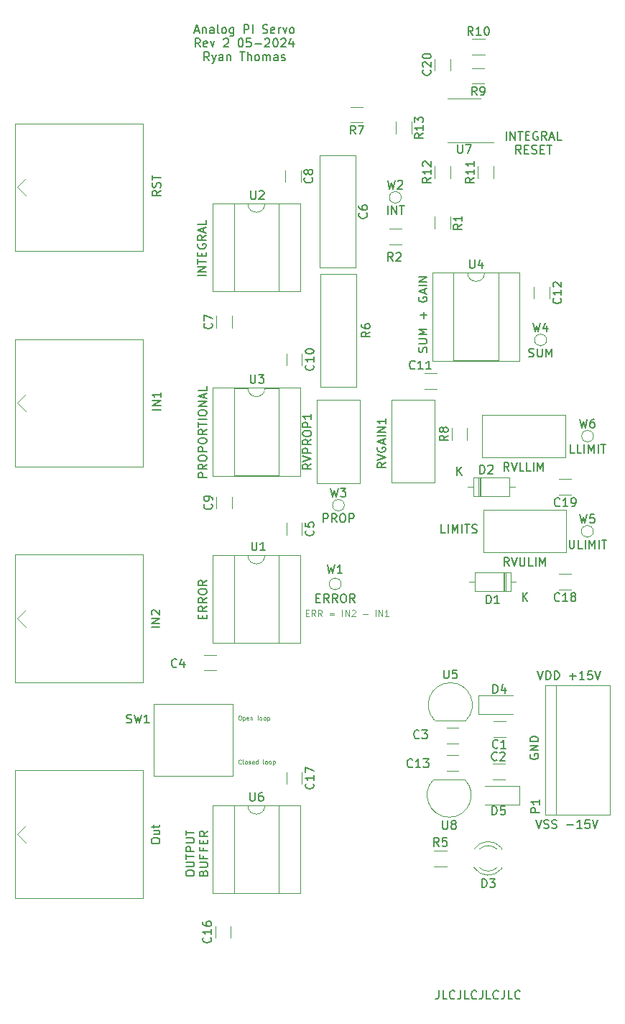
<source format=gbr>
%TF.GenerationSoftware,KiCad,Pcbnew,6.0.11-2627ca5db0~126~ubuntu20.04.1*%
%TF.CreationDate,2024-05-08T08:33:10-06:00*%
%TF.ProjectId,LaserPID,4c617365-7250-4494-942e-6b696361645f,rev?*%
%TF.SameCoordinates,Original*%
%TF.FileFunction,Legend,Top*%
%TF.FilePolarity,Positive*%
%FSLAX46Y46*%
G04 Gerber Fmt 4.6, Leading zero omitted, Abs format (unit mm)*
G04 Created by KiCad (PCBNEW 6.0.11-2627ca5db0~126~ubuntu20.04.1) date 2024-05-08 08:33:10*
%MOMM*%
%LPD*%
G01*
G04 APERTURE LIST*
%ADD10C,0.150000*%
%ADD11C,0.100000*%
%ADD12C,0.120000*%
G04 APERTURE END LIST*
D10*
X796827152Y-133970780D02*
X796827152Y-134685066D01*
X796779533Y-134827923D01*
X796684295Y-134923161D01*
X796541438Y-134970780D01*
X796446200Y-134970780D01*
X797779533Y-134970780D02*
X797303342Y-134970780D01*
X797303342Y-133970780D01*
X798684295Y-134875542D02*
X798636676Y-134923161D01*
X798493819Y-134970780D01*
X798398580Y-134970780D01*
X798255723Y-134923161D01*
X798160485Y-134827923D01*
X798112866Y-134732685D01*
X798065247Y-134542209D01*
X798065247Y-134399352D01*
X798112866Y-134208876D01*
X798160485Y-134113638D01*
X798255723Y-134018400D01*
X798398580Y-133970780D01*
X798493819Y-133970780D01*
X798636676Y-134018400D01*
X798684295Y-134066019D01*
X799398580Y-133970780D02*
X799398580Y-134685066D01*
X799350961Y-134827923D01*
X799255723Y-134923161D01*
X799112866Y-134970780D01*
X799017628Y-134970780D01*
X800350961Y-134970780D02*
X799874771Y-134970780D01*
X799874771Y-133970780D01*
X801255723Y-134875542D02*
X801208104Y-134923161D01*
X801065247Y-134970780D01*
X800970009Y-134970780D01*
X800827152Y-134923161D01*
X800731914Y-134827923D01*
X800684295Y-134732685D01*
X800636676Y-134542209D01*
X800636676Y-134399352D01*
X800684295Y-134208876D01*
X800731914Y-134113638D01*
X800827152Y-134018400D01*
X800970009Y-133970780D01*
X801065247Y-133970780D01*
X801208104Y-134018400D01*
X801255723Y-134066019D01*
X801970009Y-133970780D02*
X801970009Y-134685066D01*
X801922390Y-134827923D01*
X801827152Y-134923161D01*
X801684295Y-134970780D01*
X801589057Y-134970780D01*
X802922390Y-134970780D02*
X802446200Y-134970780D01*
X802446200Y-133970780D01*
X803827152Y-134875542D02*
X803779533Y-134923161D01*
X803636676Y-134970780D01*
X803541438Y-134970780D01*
X803398580Y-134923161D01*
X803303342Y-134827923D01*
X803255723Y-134732685D01*
X803208104Y-134542209D01*
X803208104Y-134399352D01*
X803255723Y-134208876D01*
X803303342Y-134113638D01*
X803398580Y-134018400D01*
X803541438Y-133970780D01*
X803636676Y-133970780D01*
X803779533Y-134018400D01*
X803827152Y-134066019D01*
X804541438Y-133970780D02*
X804541438Y-134685066D01*
X804493819Y-134827923D01*
X804398580Y-134923161D01*
X804255723Y-134970780D01*
X804160485Y-134970780D01*
X805493819Y-134970780D02*
X805017628Y-134970780D01*
X805017628Y-133970780D01*
X806398580Y-134875542D02*
X806350961Y-134923161D01*
X806208104Y-134970780D01*
X806112866Y-134970780D01*
X805970009Y-134923161D01*
X805874771Y-134827923D01*
X805827152Y-134732685D01*
X805779533Y-134542209D01*
X805779533Y-134399352D01*
X805827152Y-134208876D01*
X805874771Y-134113638D01*
X805970009Y-134018400D01*
X806112866Y-133970780D01*
X806208104Y-133970780D01*
X806350961Y-134018400D01*
X806398580Y-134066019D01*
D11*
X773506390Y-107239571D02*
X773482581Y-107263380D01*
X773411152Y-107287190D01*
X773363533Y-107287190D01*
X773292105Y-107263380D01*
X773244486Y-107215761D01*
X773220676Y-107168142D01*
X773196867Y-107072904D01*
X773196867Y-107001476D01*
X773220676Y-106906238D01*
X773244486Y-106858619D01*
X773292105Y-106811000D01*
X773363533Y-106787190D01*
X773411152Y-106787190D01*
X773482581Y-106811000D01*
X773506390Y-106834809D01*
X773792105Y-107287190D02*
X773744486Y-107263380D01*
X773720676Y-107215761D01*
X773720676Y-106787190D01*
X774054009Y-107287190D02*
X774006390Y-107263380D01*
X773982581Y-107239571D01*
X773958771Y-107191952D01*
X773958771Y-107049095D01*
X773982581Y-107001476D01*
X774006390Y-106977666D01*
X774054009Y-106953857D01*
X774125438Y-106953857D01*
X774173057Y-106977666D01*
X774196867Y-107001476D01*
X774220676Y-107049095D01*
X774220676Y-107191952D01*
X774196867Y-107239571D01*
X774173057Y-107263380D01*
X774125438Y-107287190D01*
X774054009Y-107287190D01*
X774411152Y-107263380D02*
X774458771Y-107287190D01*
X774554009Y-107287190D01*
X774601629Y-107263380D01*
X774625438Y-107215761D01*
X774625438Y-107191952D01*
X774601629Y-107144333D01*
X774554009Y-107120523D01*
X774482581Y-107120523D01*
X774434962Y-107096714D01*
X774411152Y-107049095D01*
X774411152Y-107025285D01*
X774434962Y-106977666D01*
X774482581Y-106953857D01*
X774554009Y-106953857D01*
X774601629Y-106977666D01*
X775030200Y-107263380D02*
X774982581Y-107287190D01*
X774887343Y-107287190D01*
X774839724Y-107263380D01*
X774815914Y-107215761D01*
X774815914Y-107025285D01*
X774839724Y-106977666D01*
X774887343Y-106953857D01*
X774982581Y-106953857D01*
X775030200Y-106977666D01*
X775054009Y-107025285D01*
X775054009Y-107072904D01*
X774815914Y-107120523D01*
X775482581Y-107287190D02*
X775482581Y-106787190D01*
X775482581Y-107263380D02*
X775434962Y-107287190D01*
X775339724Y-107287190D01*
X775292105Y-107263380D01*
X775268295Y-107239571D01*
X775244486Y-107191952D01*
X775244486Y-107049095D01*
X775268295Y-107001476D01*
X775292105Y-106977666D01*
X775339724Y-106953857D01*
X775434962Y-106953857D01*
X775482581Y-106977666D01*
X776173057Y-107287190D02*
X776125438Y-107263380D01*
X776101629Y-107215761D01*
X776101629Y-106787190D01*
X776434962Y-107287190D02*
X776387343Y-107263380D01*
X776363533Y-107239571D01*
X776339724Y-107191952D01*
X776339724Y-107049095D01*
X776363533Y-107001476D01*
X776387343Y-106977666D01*
X776434962Y-106953857D01*
X776506390Y-106953857D01*
X776554009Y-106977666D01*
X776577819Y-107001476D01*
X776601629Y-107049095D01*
X776601629Y-107191952D01*
X776577819Y-107239571D01*
X776554009Y-107263380D01*
X776506390Y-107287190D01*
X776434962Y-107287190D01*
X776887343Y-107287190D02*
X776839724Y-107263380D01*
X776815914Y-107239571D01*
X776792105Y-107191952D01*
X776792105Y-107049095D01*
X776815914Y-107001476D01*
X776839724Y-106977666D01*
X776887343Y-106953857D01*
X776958771Y-106953857D01*
X777006390Y-106977666D01*
X777030200Y-107001476D01*
X777054009Y-107049095D01*
X777054009Y-107191952D01*
X777030200Y-107239571D01*
X777006390Y-107263380D01*
X776958771Y-107287190D01*
X776887343Y-107287190D01*
X777268295Y-106953857D02*
X777268295Y-107453857D01*
X777268295Y-106977666D02*
X777315914Y-106953857D01*
X777411152Y-106953857D01*
X777458771Y-106977666D01*
X777482581Y-107001476D01*
X777506390Y-107049095D01*
X777506390Y-107191952D01*
X777482581Y-107239571D01*
X777458771Y-107263380D01*
X777411152Y-107287190D01*
X777315914Y-107287190D01*
X777268295Y-107263380D01*
X773315914Y-101630990D02*
X773411152Y-101630990D01*
X773458771Y-101654800D01*
X773506390Y-101702419D01*
X773530200Y-101797657D01*
X773530200Y-101964323D01*
X773506390Y-102059561D01*
X773458771Y-102107180D01*
X773411152Y-102130990D01*
X773315914Y-102130990D01*
X773268295Y-102107180D01*
X773220676Y-102059561D01*
X773196866Y-101964323D01*
X773196866Y-101797657D01*
X773220676Y-101702419D01*
X773268295Y-101654800D01*
X773315914Y-101630990D01*
X773744485Y-101797657D02*
X773744485Y-102297657D01*
X773744485Y-101821466D02*
X773792104Y-101797657D01*
X773887342Y-101797657D01*
X773934961Y-101821466D01*
X773958771Y-101845276D01*
X773982580Y-101892895D01*
X773982580Y-102035752D01*
X773958771Y-102083371D01*
X773934961Y-102107180D01*
X773887342Y-102130990D01*
X773792104Y-102130990D01*
X773744485Y-102107180D01*
X774387342Y-102107180D02*
X774339723Y-102130990D01*
X774244485Y-102130990D01*
X774196866Y-102107180D01*
X774173057Y-102059561D01*
X774173057Y-101869085D01*
X774196866Y-101821466D01*
X774244485Y-101797657D01*
X774339723Y-101797657D01*
X774387342Y-101821466D01*
X774411152Y-101869085D01*
X774411152Y-101916704D01*
X774173057Y-101964323D01*
X774625438Y-101797657D02*
X774625438Y-102130990D01*
X774625438Y-101845276D02*
X774649247Y-101821466D01*
X774696866Y-101797657D01*
X774768295Y-101797657D01*
X774815914Y-101821466D01*
X774839723Y-101869085D01*
X774839723Y-102130990D01*
X775530200Y-102130990D02*
X775482580Y-102107180D01*
X775458771Y-102059561D01*
X775458771Y-101630990D01*
X775792104Y-102130990D02*
X775744485Y-102107180D01*
X775720676Y-102083371D01*
X775696866Y-102035752D01*
X775696866Y-101892895D01*
X775720676Y-101845276D01*
X775744485Y-101821466D01*
X775792104Y-101797657D01*
X775863533Y-101797657D01*
X775911152Y-101821466D01*
X775934961Y-101845276D01*
X775958771Y-101892895D01*
X775958771Y-102035752D01*
X775934961Y-102083371D01*
X775911152Y-102107180D01*
X775863533Y-102130990D01*
X775792104Y-102130990D01*
X776244485Y-102130990D02*
X776196866Y-102107180D01*
X776173057Y-102083371D01*
X776149247Y-102035752D01*
X776149247Y-101892895D01*
X776173057Y-101845276D01*
X776196866Y-101821466D01*
X776244485Y-101797657D01*
X776315914Y-101797657D01*
X776363533Y-101821466D01*
X776387342Y-101845276D01*
X776411152Y-101892895D01*
X776411152Y-102035752D01*
X776387342Y-102083371D01*
X776363533Y-102107180D01*
X776315914Y-102130990D01*
X776244485Y-102130990D01*
X776625438Y-101797657D02*
X776625438Y-102297657D01*
X776625438Y-101821466D02*
X776673057Y-101797657D01*
X776768295Y-101797657D01*
X776815914Y-101821466D01*
X776839723Y-101845276D01*
X776863533Y-101892895D01*
X776863533Y-102035752D01*
X776839723Y-102083371D01*
X776815914Y-102107180D01*
X776768295Y-102130990D01*
X776673057Y-102130990D01*
X776625438Y-102107180D01*
D10*
X808450714Y-96353380D02*
X808784047Y-97353380D01*
X809117380Y-96353380D01*
X809450714Y-97353380D02*
X809450714Y-96353380D01*
X809688809Y-96353380D01*
X809831666Y-96401000D01*
X809926904Y-96496238D01*
X809974523Y-96591476D01*
X810022142Y-96781952D01*
X810022142Y-96924809D01*
X809974523Y-97115285D01*
X809926904Y-97210523D01*
X809831666Y-97305761D01*
X809688809Y-97353380D01*
X809450714Y-97353380D01*
X810450714Y-97353380D02*
X810450714Y-96353380D01*
X810688809Y-96353380D01*
X810831666Y-96401000D01*
X810926904Y-96496238D01*
X810974523Y-96591476D01*
X811022142Y-96781952D01*
X811022142Y-96924809D01*
X810974523Y-97115285D01*
X810926904Y-97210523D01*
X810831666Y-97305761D01*
X810688809Y-97353380D01*
X810450714Y-97353380D01*
X812212619Y-96972428D02*
X812974523Y-96972428D01*
X812593571Y-97353380D02*
X812593571Y-96591476D01*
X813974523Y-97353380D02*
X813403095Y-97353380D01*
X813688809Y-97353380D02*
X813688809Y-96353380D01*
X813593571Y-96496238D01*
X813498333Y-96591476D01*
X813403095Y-96639095D01*
X814879285Y-96353380D02*
X814403095Y-96353380D01*
X814355476Y-96829571D01*
X814403095Y-96781952D01*
X814498333Y-96734333D01*
X814736428Y-96734333D01*
X814831666Y-96781952D01*
X814879285Y-96829571D01*
X814926904Y-96924809D01*
X814926904Y-97162904D01*
X814879285Y-97258142D01*
X814831666Y-97305761D01*
X814736428Y-97353380D01*
X814498333Y-97353380D01*
X814403095Y-97305761D01*
X814355476Y-97258142D01*
X815212619Y-96353380D02*
X815545952Y-97353380D01*
X815879285Y-96353380D01*
X807601000Y-106171904D02*
X807553380Y-106267142D01*
X807553380Y-106410000D01*
X807601000Y-106552857D01*
X807696238Y-106648095D01*
X807791476Y-106695714D01*
X807981952Y-106743333D01*
X808124809Y-106743333D01*
X808315285Y-106695714D01*
X808410523Y-106648095D01*
X808505761Y-106552857D01*
X808553380Y-106410000D01*
X808553380Y-106314761D01*
X808505761Y-106171904D01*
X808458142Y-106124285D01*
X808124809Y-106124285D01*
X808124809Y-106314761D01*
X808553380Y-105695714D02*
X807553380Y-105695714D01*
X808553380Y-105124285D01*
X807553380Y-105124285D01*
X808553380Y-104648095D02*
X807553380Y-104648095D01*
X807553380Y-104410000D01*
X807601000Y-104267142D01*
X807696238Y-104171904D01*
X807791476Y-104124285D01*
X807981952Y-104076666D01*
X808124809Y-104076666D01*
X808315285Y-104124285D01*
X808410523Y-104171904D01*
X808505761Y-104267142D01*
X808553380Y-104410000D01*
X808553380Y-104648095D01*
X769462780Y-73584723D02*
X768462780Y-73584723D01*
X768462780Y-73203771D01*
X768510400Y-73108533D01*
X768558019Y-73060914D01*
X768653257Y-73013295D01*
X768796114Y-73013295D01*
X768891352Y-73060914D01*
X768938971Y-73108533D01*
X768986590Y-73203771D01*
X768986590Y-73584723D01*
X769462780Y-72013295D02*
X768986590Y-72346628D01*
X769462780Y-72584723D02*
X768462780Y-72584723D01*
X768462780Y-72203771D01*
X768510400Y-72108533D01*
X768558019Y-72060914D01*
X768653257Y-72013295D01*
X768796114Y-72013295D01*
X768891352Y-72060914D01*
X768938971Y-72108533D01*
X768986590Y-72203771D01*
X768986590Y-72584723D01*
X768462780Y-71394247D02*
X768462780Y-71203771D01*
X768510400Y-71108533D01*
X768605638Y-71013295D01*
X768796114Y-70965676D01*
X769129447Y-70965676D01*
X769319923Y-71013295D01*
X769415161Y-71108533D01*
X769462780Y-71203771D01*
X769462780Y-71394247D01*
X769415161Y-71489485D01*
X769319923Y-71584723D01*
X769129447Y-71632342D01*
X768796114Y-71632342D01*
X768605638Y-71584723D01*
X768510400Y-71489485D01*
X768462780Y-71394247D01*
X769462780Y-70537104D02*
X768462780Y-70537104D01*
X768462780Y-70156152D01*
X768510400Y-70060914D01*
X768558019Y-70013295D01*
X768653257Y-69965676D01*
X768796114Y-69965676D01*
X768891352Y-70013295D01*
X768938971Y-70060914D01*
X768986590Y-70156152D01*
X768986590Y-70537104D01*
X768462780Y-69346628D02*
X768462780Y-69156152D01*
X768510400Y-69060914D01*
X768605638Y-68965676D01*
X768796114Y-68918057D01*
X769129447Y-68918057D01*
X769319923Y-68965676D01*
X769415161Y-69060914D01*
X769462780Y-69156152D01*
X769462780Y-69346628D01*
X769415161Y-69441866D01*
X769319923Y-69537104D01*
X769129447Y-69584723D01*
X768796114Y-69584723D01*
X768605638Y-69537104D01*
X768510400Y-69441866D01*
X768462780Y-69346628D01*
X769462780Y-67918057D02*
X768986590Y-68251390D01*
X769462780Y-68489485D02*
X768462780Y-68489485D01*
X768462780Y-68108533D01*
X768510400Y-68013295D01*
X768558019Y-67965676D01*
X768653257Y-67918057D01*
X768796114Y-67918057D01*
X768891352Y-67965676D01*
X768938971Y-68013295D01*
X768986590Y-68108533D01*
X768986590Y-68489485D01*
X768462780Y-67632342D02*
X768462780Y-67060914D01*
X769462780Y-67346628D02*
X768462780Y-67346628D01*
X769462780Y-66727580D02*
X768462780Y-66727580D01*
X768462780Y-66060914D02*
X768462780Y-65870438D01*
X768510400Y-65775200D01*
X768605638Y-65679961D01*
X768796114Y-65632342D01*
X769129447Y-65632342D01*
X769319923Y-65679961D01*
X769415161Y-65775200D01*
X769462780Y-65870438D01*
X769462780Y-66060914D01*
X769415161Y-66156152D01*
X769319923Y-66251390D01*
X769129447Y-66299009D01*
X768796114Y-66299009D01*
X768605638Y-66251390D01*
X768510400Y-66156152D01*
X768462780Y-66060914D01*
X769462780Y-65203771D02*
X768462780Y-65203771D01*
X769462780Y-64632342D01*
X768462780Y-64632342D01*
X769177066Y-64203771D02*
X769177066Y-63727580D01*
X769462780Y-64299009D02*
X768462780Y-63965676D01*
X769462780Y-63632342D01*
X769462780Y-62822819D02*
X769462780Y-63299009D01*
X768462780Y-63299009D01*
X804758123Y-33835780D02*
X804758123Y-32835780D01*
X805234314Y-33835780D02*
X805234314Y-32835780D01*
X805805742Y-33835780D01*
X805805742Y-32835780D01*
X806139076Y-32835780D02*
X806710504Y-32835780D01*
X806424790Y-33835780D02*
X806424790Y-32835780D01*
X807043838Y-33311971D02*
X807377171Y-33311971D01*
X807520028Y-33835780D02*
X807043838Y-33835780D01*
X807043838Y-32835780D01*
X807520028Y-32835780D01*
X808472409Y-32883400D02*
X808377171Y-32835780D01*
X808234314Y-32835780D01*
X808091457Y-32883400D01*
X807996219Y-32978638D01*
X807948600Y-33073876D01*
X807900980Y-33264352D01*
X807900980Y-33407209D01*
X807948600Y-33597685D01*
X807996219Y-33692923D01*
X808091457Y-33788161D01*
X808234314Y-33835780D01*
X808329552Y-33835780D01*
X808472409Y-33788161D01*
X808520028Y-33740542D01*
X808520028Y-33407209D01*
X808329552Y-33407209D01*
X809520028Y-33835780D02*
X809186695Y-33359590D01*
X808948600Y-33835780D02*
X808948600Y-32835780D01*
X809329552Y-32835780D01*
X809424790Y-32883400D01*
X809472409Y-32931019D01*
X809520028Y-33026257D01*
X809520028Y-33169114D01*
X809472409Y-33264352D01*
X809424790Y-33311971D01*
X809329552Y-33359590D01*
X808948600Y-33359590D01*
X809900980Y-33550066D02*
X810377171Y-33550066D01*
X809805742Y-33835780D02*
X810139076Y-32835780D01*
X810472409Y-33835780D01*
X811281933Y-33835780D02*
X810805742Y-33835780D01*
X810805742Y-32835780D01*
X806496219Y-35445780D02*
X806162885Y-34969590D01*
X805924790Y-35445780D02*
X805924790Y-34445780D01*
X806305742Y-34445780D01*
X806400980Y-34493400D01*
X806448600Y-34541019D01*
X806496219Y-34636257D01*
X806496219Y-34779114D01*
X806448600Y-34874352D01*
X806400980Y-34921971D01*
X806305742Y-34969590D01*
X805924790Y-34969590D01*
X806924790Y-34921971D02*
X807258123Y-34921971D01*
X807400980Y-35445780D02*
X806924790Y-35445780D01*
X806924790Y-34445780D01*
X807400980Y-34445780D01*
X807781933Y-35398161D02*
X807924790Y-35445780D01*
X808162885Y-35445780D01*
X808258123Y-35398161D01*
X808305742Y-35350542D01*
X808353361Y-35255304D01*
X808353361Y-35160066D01*
X808305742Y-35064828D01*
X808258123Y-35017209D01*
X808162885Y-34969590D01*
X807972409Y-34921971D01*
X807877171Y-34874352D01*
X807829552Y-34826733D01*
X807781933Y-34731495D01*
X807781933Y-34636257D01*
X807829552Y-34541019D01*
X807877171Y-34493400D01*
X807972409Y-34445780D01*
X808210504Y-34445780D01*
X808353361Y-34493400D01*
X808781933Y-34921971D02*
X809115266Y-34921971D01*
X809258123Y-35445780D02*
X808781933Y-35445780D01*
X808781933Y-34445780D01*
X809258123Y-34445780D01*
X809543838Y-34445780D02*
X810115266Y-34445780D01*
X809829552Y-35445780D02*
X809829552Y-34445780D01*
X768055457Y-20984866D02*
X768531647Y-20984866D01*
X767960219Y-21270580D02*
X768293552Y-20270580D01*
X768626885Y-21270580D01*
X768960219Y-20603914D02*
X768960219Y-21270580D01*
X768960219Y-20699152D02*
X769007838Y-20651533D01*
X769103076Y-20603914D01*
X769245933Y-20603914D01*
X769341171Y-20651533D01*
X769388790Y-20746771D01*
X769388790Y-21270580D01*
X770293552Y-21270580D02*
X770293552Y-20746771D01*
X770245933Y-20651533D01*
X770150695Y-20603914D01*
X769960219Y-20603914D01*
X769864980Y-20651533D01*
X770293552Y-21222961D02*
X770198314Y-21270580D01*
X769960219Y-21270580D01*
X769864980Y-21222961D01*
X769817361Y-21127723D01*
X769817361Y-21032485D01*
X769864980Y-20937247D01*
X769960219Y-20889628D01*
X770198314Y-20889628D01*
X770293552Y-20842009D01*
X770912600Y-21270580D02*
X770817361Y-21222961D01*
X770769742Y-21127723D01*
X770769742Y-20270580D01*
X771436409Y-21270580D02*
X771341171Y-21222961D01*
X771293552Y-21175342D01*
X771245933Y-21080104D01*
X771245933Y-20794390D01*
X771293552Y-20699152D01*
X771341171Y-20651533D01*
X771436409Y-20603914D01*
X771579266Y-20603914D01*
X771674504Y-20651533D01*
X771722123Y-20699152D01*
X771769742Y-20794390D01*
X771769742Y-21080104D01*
X771722123Y-21175342D01*
X771674504Y-21222961D01*
X771579266Y-21270580D01*
X771436409Y-21270580D01*
X772626885Y-20603914D02*
X772626885Y-21413438D01*
X772579266Y-21508676D01*
X772531647Y-21556295D01*
X772436409Y-21603914D01*
X772293552Y-21603914D01*
X772198314Y-21556295D01*
X772626885Y-21222961D02*
X772531647Y-21270580D01*
X772341171Y-21270580D01*
X772245933Y-21222961D01*
X772198314Y-21175342D01*
X772150695Y-21080104D01*
X772150695Y-20794390D01*
X772198314Y-20699152D01*
X772245933Y-20651533D01*
X772341171Y-20603914D01*
X772531647Y-20603914D01*
X772626885Y-20651533D01*
X773864980Y-21270580D02*
X773864980Y-20270580D01*
X774245933Y-20270580D01*
X774341171Y-20318200D01*
X774388790Y-20365819D01*
X774436409Y-20461057D01*
X774436409Y-20603914D01*
X774388790Y-20699152D01*
X774341171Y-20746771D01*
X774245933Y-20794390D01*
X773864980Y-20794390D01*
X774864980Y-21270580D02*
X774864980Y-20270580D01*
X776055457Y-21222961D02*
X776198314Y-21270580D01*
X776436409Y-21270580D01*
X776531647Y-21222961D01*
X776579266Y-21175342D01*
X776626885Y-21080104D01*
X776626885Y-20984866D01*
X776579266Y-20889628D01*
X776531647Y-20842009D01*
X776436409Y-20794390D01*
X776245933Y-20746771D01*
X776150695Y-20699152D01*
X776103076Y-20651533D01*
X776055457Y-20556295D01*
X776055457Y-20461057D01*
X776103076Y-20365819D01*
X776150695Y-20318200D01*
X776245933Y-20270580D01*
X776484028Y-20270580D01*
X776626885Y-20318200D01*
X777436409Y-21222961D02*
X777341171Y-21270580D01*
X777150695Y-21270580D01*
X777055457Y-21222961D01*
X777007838Y-21127723D01*
X777007838Y-20746771D01*
X777055457Y-20651533D01*
X777150695Y-20603914D01*
X777341171Y-20603914D01*
X777436409Y-20651533D01*
X777484028Y-20746771D01*
X777484028Y-20842009D01*
X777007838Y-20937247D01*
X777912600Y-21270580D02*
X777912600Y-20603914D01*
X777912600Y-20794390D02*
X777960219Y-20699152D01*
X778007838Y-20651533D01*
X778103076Y-20603914D01*
X778198314Y-20603914D01*
X778436409Y-20603914D02*
X778674504Y-21270580D01*
X778912600Y-20603914D01*
X779436409Y-21270580D02*
X779341171Y-21222961D01*
X779293552Y-21175342D01*
X779245933Y-21080104D01*
X779245933Y-20794390D01*
X779293552Y-20699152D01*
X779341171Y-20651533D01*
X779436409Y-20603914D01*
X779579266Y-20603914D01*
X779674504Y-20651533D01*
X779722123Y-20699152D01*
X779769742Y-20794390D01*
X779769742Y-21080104D01*
X779722123Y-21175342D01*
X779674504Y-21222961D01*
X779579266Y-21270580D01*
X779436409Y-21270580D01*
X768698314Y-22880580D02*
X768364980Y-22404390D01*
X768126885Y-22880580D02*
X768126885Y-21880580D01*
X768507838Y-21880580D01*
X768603076Y-21928200D01*
X768650695Y-21975819D01*
X768698314Y-22071057D01*
X768698314Y-22213914D01*
X768650695Y-22309152D01*
X768603076Y-22356771D01*
X768507838Y-22404390D01*
X768126885Y-22404390D01*
X769507838Y-22832961D02*
X769412600Y-22880580D01*
X769222123Y-22880580D01*
X769126885Y-22832961D01*
X769079266Y-22737723D01*
X769079266Y-22356771D01*
X769126885Y-22261533D01*
X769222123Y-22213914D01*
X769412600Y-22213914D01*
X769507838Y-22261533D01*
X769555457Y-22356771D01*
X769555457Y-22452009D01*
X769079266Y-22547247D01*
X769888790Y-22213914D02*
X770126885Y-22880580D01*
X770364980Y-22213914D01*
X771460219Y-21975819D02*
X771507838Y-21928200D01*
X771603076Y-21880580D01*
X771841171Y-21880580D01*
X771936409Y-21928200D01*
X771984028Y-21975819D01*
X772031647Y-22071057D01*
X772031647Y-22166295D01*
X771984028Y-22309152D01*
X771412600Y-22880580D01*
X772031647Y-22880580D01*
X773412600Y-21880580D02*
X773507838Y-21880580D01*
X773603076Y-21928200D01*
X773650695Y-21975819D01*
X773698314Y-22071057D01*
X773745933Y-22261533D01*
X773745933Y-22499628D01*
X773698314Y-22690104D01*
X773650695Y-22785342D01*
X773603076Y-22832961D01*
X773507838Y-22880580D01*
X773412600Y-22880580D01*
X773317361Y-22832961D01*
X773269742Y-22785342D01*
X773222123Y-22690104D01*
X773174504Y-22499628D01*
X773174504Y-22261533D01*
X773222123Y-22071057D01*
X773269742Y-21975819D01*
X773317361Y-21928200D01*
X773412600Y-21880580D01*
X774650695Y-21880580D02*
X774174504Y-21880580D01*
X774126885Y-22356771D01*
X774174504Y-22309152D01*
X774269742Y-22261533D01*
X774507838Y-22261533D01*
X774603076Y-22309152D01*
X774650695Y-22356771D01*
X774698314Y-22452009D01*
X774698314Y-22690104D01*
X774650695Y-22785342D01*
X774603076Y-22832961D01*
X774507838Y-22880580D01*
X774269742Y-22880580D01*
X774174504Y-22832961D01*
X774126885Y-22785342D01*
X775126885Y-22499628D02*
X775888790Y-22499628D01*
X776317361Y-21975819D02*
X776364980Y-21928200D01*
X776460219Y-21880580D01*
X776698314Y-21880580D01*
X776793552Y-21928200D01*
X776841171Y-21975819D01*
X776888790Y-22071057D01*
X776888790Y-22166295D01*
X776841171Y-22309152D01*
X776269742Y-22880580D01*
X776888790Y-22880580D01*
X777507838Y-21880580D02*
X777603076Y-21880580D01*
X777698314Y-21928200D01*
X777745933Y-21975819D01*
X777793552Y-22071057D01*
X777841171Y-22261533D01*
X777841171Y-22499628D01*
X777793552Y-22690104D01*
X777745933Y-22785342D01*
X777698314Y-22832961D01*
X777603076Y-22880580D01*
X777507838Y-22880580D01*
X777412600Y-22832961D01*
X777364980Y-22785342D01*
X777317361Y-22690104D01*
X777269742Y-22499628D01*
X777269742Y-22261533D01*
X777317361Y-22071057D01*
X777364980Y-21975819D01*
X777412600Y-21928200D01*
X777507838Y-21880580D01*
X778222123Y-21975819D02*
X778269742Y-21928200D01*
X778364980Y-21880580D01*
X778603076Y-21880580D01*
X778698314Y-21928200D01*
X778745933Y-21975819D01*
X778793552Y-22071057D01*
X778793552Y-22166295D01*
X778745933Y-22309152D01*
X778174504Y-22880580D01*
X778793552Y-22880580D01*
X779650695Y-22213914D02*
X779650695Y-22880580D01*
X779412600Y-21832961D02*
X779174504Y-22547247D01*
X779793552Y-22547247D01*
X769745933Y-24490580D02*
X769412600Y-24014390D01*
X769174504Y-24490580D02*
X769174504Y-23490580D01*
X769555457Y-23490580D01*
X769650695Y-23538200D01*
X769698314Y-23585819D01*
X769745933Y-23681057D01*
X769745933Y-23823914D01*
X769698314Y-23919152D01*
X769650695Y-23966771D01*
X769555457Y-24014390D01*
X769174504Y-24014390D01*
X770079266Y-23823914D02*
X770317361Y-24490580D01*
X770555457Y-23823914D02*
X770317361Y-24490580D01*
X770222123Y-24728676D01*
X770174504Y-24776295D01*
X770079266Y-24823914D01*
X771364980Y-24490580D02*
X771364980Y-23966771D01*
X771317361Y-23871533D01*
X771222123Y-23823914D01*
X771031647Y-23823914D01*
X770936409Y-23871533D01*
X771364980Y-24442961D02*
X771269742Y-24490580D01*
X771031647Y-24490580D01*
X770936409Y-24442961D01*
X770888790Y-24347723D01*
X770888790Y-24252485D01*
X770936409Y-24157247D01*
X771031647Y-24109628D01*
X771269742Y-24109628D01*
X771364980Y-24062009D01*
X771841171Y-23823914D02*
X771841171Y-24490580D01*
X771841171Y-23919152D02*
X771888790Y-23871533D01*
X771984028Y-23823914D01*
X772126885Y-23823914D01*
X772222123Y-23871533D01*
X772269742Y-23966771D01*
X772269742Y-24490580D01*
X773364980Y-23490580D02*
X773936409Y-23490580D01*
X773650695Y-24490580D02*
X773650695Y-23490580D01*
X774269742Y-24490580D02*
X774269742Y-23490580D01*
X774698314Y-24490580D02*
X774698314Y-23966771D01*
X774650695Y-23871533D01*
X774555457Y-23823914D01*
X774412600Y-23823914D01*
X774317361Y-23871533D01*
X774269742Y-23919152D01*
X775317361Y-24490580D02*
X775222123Y-24442961D01*
X775174504Y-24395342D01*
X775126885Y-24300104D01*
X775126885Y-24014390D01*
X775174504Y-23919152D01*
X775222123Y-23871533D01*
X775317361Y-23823914D01*
X775460219Y-23823914D01*
X775555457Y-23871533D01*
X775603076Y-23919152D01*
X775650695Y-24014390D01*
X775650695Y-24300104D01*
X775603076Y-24395342D01*
X775555457Y-24442961D01*
X775460219Y-24490580D01*
X775317361Y-24490580D01*
X776079266Y-24490580D02*
X776079266Y-23823914D01*
X776079266Y-23919152D02*
X776126885Y-23871533D01*
X776222123Y-23823914D01*
X776364980Y-23823914D01*
X776460219Y-23871533D01*
X776507838Y-23966771D01*
X776507838Y-24490580D01*
X776507838Y-23966771D02*
X776555457Y-23871533D01*
X776650695Y-23823914D01*
X776793552Y-23823914D01*
X776888790Y-23871533D01*
X776936409Y-23966771D01*
X776936409Y-24490580D01*
X777841171Y-24490580D02*
X777841171Y-23966771D01*
X777793552Y-23871533D01*
X777698314Y-23823914D01*
X777507838Y-23823914D01*
X777412600Y-23871533D01*
X777841171Y-24442961D02*
X777745933Y-24490580D01*
X777507838Y-24490580D01*
X777412600Y-24442961D01*
X777364980Y-24347723D01*
X777364980Y-24252485D01*
X777412600Y-24157247D01*
X777507838Y-24109628D01*
X777745933Y-24109628D01*
X777841171Y-24062009D01*
X778269742Y-24442961D02*
X778364980Y-24490580D01*
X778555457Y-24490580D01*
X778650695Y-24442961D01*
X778698314Y-24347723D01*
X778698314Y-24300104D01*
X778650695Y-24204866D01*
X778555457Y-24157247D01*
X778412600Y-24157247D01*
X778317361Y-24109628D01*
X778269742Y-24014390D01*
X778269742Y-23966771D01*
X778317361Y-23871533D01*
X778412600Y-23823914D01*
X778555457Y-23823914D01*
X778650695Y-23871533D01*
X766997380Y-120260761D02*
X766997380Y-120070285D01*
X767045000Y-119975047D01*
X767140238Y-119879809D01*
X767330714Y-119832190D01*
X767664047Y-119832190D01*
X767854523Y-119879809D01*
X767949761Y-119975047D01*
X767997380Y-120070285D01*
X767997380Y-120260761D01*
X767949761Y-120356000D01*
X767854523Y-120451238D01*
X767664047Y-120498857D01*
X767330714Y-120498857D01*
X767140238Y-120451238D01*
X767045000Y-120356000D01*
X766997380Y-120260761D01*
X766997380Y-119403619D02*
X767806904Y-119403619D01*
X767902142Y-119356000D01*
X767949761Y-119308380D01*
X767997380Y-119213142D01*
X767997380Y-119022666D01*
X767949761Y-118927428D01*
X767902142Y-118879809D01*
X767806904Y-118832190D01*
X766997380Y-118832190D01*
X766997380Y-118498857D02*
X766997380Y-117927428D01*
X767997380Y-118213142D02*
X766997380Y-118213142D01*
X767997380Y-117594095D02*
X766997380Y-117594095D01*
X766997380Y-117213142D01*
X767045000Y-117117904D01*
X767092619Y-117070285D01*
X767187857Y-117022666D01*
X767330714Y-117022666D01*
X767425952Y-117070285D01*
X767473571Y-117117904D01*
X767521190Y-117213142D01*
X767521190Y-117594095D01*
X766997380Y-116594095D02*
X767806904Y-116594095D01*
X767902142Y-116546476D01*
X767949761Y-116498857D01*
X767997380Y-116403619D01*
X767997380Y-116213142D01*
X767949761Y-116117904D01*
X767902142Y-116070285D01*
X767806904Y-116022666D01*
X766997380Y-116022666D01*
X766997380Y-115689333D02*
X766997380Y-115117904D01*
X767997380Y-115403619D02*
X766997380Y-115403619D01*
X769083571Y-120117904D02*
X769131190Y-119975047D01*
X769178809Y-119927428D01*
X769274047Y-119879809D01*
X769416904Y-119879809D01*
X769512142Y-119927428D01*
X769559761Y-119975047D01*
X769607380Y-120070285D01*
X769607380Y-120451238D01*
X768607380Y-120451238D01*
X768607380Y-120117904D01*
X768655000Y-120022666D01*
X768702619Y-119975047D01*
X768797857Y-119927428D01*
X768893095Y-119927428D01*
X768988333Y-119975047D01*
X769035952Y-120022666D01*
X769083571Y-120117904D01*
X769083571Y-120451238D01*
X768607380Y-119451238D02*
X769416904Y-119451238D01*
X769512142Y-119403619D01*
X769559761Y-119356000D01*
X769607380Y-119260761D01*
X769607380Y-119070285D01*
X769559761Y-118975047D01*
X769512142Y-118927428D01*
X769416904Y-118879809D01*
X768607380Y-118879809D01*
X769083571Y-118070285D02*
X769083571Y-118403619D01*
X769607380Y-118403619D02*
X768607380Y-118403619D01*
X768607380Y-117927428D01*
X769083571Y-117213142D02*
X769083571Y-117546476D01*
X769607380Y-117546476D02*
X768607380Y-117546476D01*
X768607380Y-117070285D01*
X769083571Y-116689333D02*
X769083571Y-116356000D01*
X769607380Y-116213142D02*
X769607380Y-116689333D01*
X768607380Y-116689333D01*
X768607380Y-116213142D01*
X769607380Y-115213142D02*
X769131190Y-115546476D01*
X769607380Y-115784571D02*
X768607380Y-115784571D01*
X768607380Y-115403619D01*
X768655000Y-115308380D01*
X768702619Y-115260761D01*
X768797857Y-115213142D01*
X768940714Y-115213142D01*
X769035952Y-115260761D01*
X769083571Y-115308380D01*
X769131190Y-115403619D01*
X769131190Y-115784571D01*
X797590361Y-80106780D02*
X797114171Y-80106780D01*
X797114171Y-79106780D01*
X797923695Y-80106780D02*
X797923695Y-79106780D01*
X798399885Y-80106780D02*
X798399885Y-79106780D01*
X798733219Y-79821066D01*
X799066552Y-79106780D01*
X799066552Y-80106780D01*
X799542742Y-80106780D02*
X799542742Y-79106780D01*
X799876076Y-79106780D02*
X800447504Y-79106780D01*
X800161790Y-80106780D02*
X800161790Y-79106780D01*
X800733219Y-80059161D02*
X800876076Y-80106780D01*
X801114171Y-80106780D01*
X801209409Y-80059161D01*
X801257028Y-80011542D01*
X801304647Y-79916304D01*
X801304647Y-79821066D01*
X801257028Y-79725828D01*
X801209409Y-79678209D01*
X801114171Y-79630590D01*
X800923695Y-79582971D01*
X800828457Y-79535352D01*
X800780838Y-79487733D01*
X800733219Y-79392495D01*
X800733219Y-79297257D01*
X800780838Y-79202019D01*
X800828457Y-79154400D01*
X800923695Y-79106780D01*
X801161790Y-79106780D01*
X801304647Y-79154400D01*
X795373961Y-58808380D02*
X795421580Y-58665523D01*
X795421580Y-58427428D01*
X795373961Y-58332190D01*
X795326342Y-58284571D01*
X795231104Y-58236952D01*
X795135866Y-58236952D01*
X795040628Y-58284571D01*
X794993009Y-58332190D01*
X794945390Y-58427428D01*
X794897771Y-58617904D01*
X794850152Y-58713142D01*
X794802533Y-58760761D01*
X794707295Y-58808380D01*
X794612057Y-58808380D01*
X794516819Y-58760761D01*
X794469200Y-58713142D01*
X794421580Y-58617904D01*
X794421580Y-58379809D01*
X794469200Y-58236952D01*
X794421580Y-57808380D02*
X795231104Y-57808380D01*
X795326342Y-57760761D01*
X795373961Y-57713142D01*
X795421580Y-57617904D01*
X795421580Y-57427428D01*
X795373961Y-57332190D01*
X795326342Y-57284571D01*
X795231104Y-57236952D01*
X794421580Y-57236952D01*
X795421580Y-56760761D02*
X794421580Y-56760761D01*
X795135866Y-56427428D01*
X794421580Y-56094095D01*
X795421580Y-56094095D01*
X795040628Y-54856000D02*
X795040628Y-54094095D01*
X795421580Y-54475047D02*
X794659676Y-54475047D01*
X794469200Y-52332190D02*
X794421580Y-52427428D01*
X794421580Y-52570285D01*
X794469200Y-52713142D01*
X794564438Y-52808380D01*
X794659676Y-52856000D01*
X794850152Y-52903619D01*
X794993009Y-52903619D01*
X795183485Y-52856000D01*
X795278723Y-52808380D01*
X795373961Y-52713142D01*
X795421580Y-52570285D01*
X795421580Y-52475047D01*
X795373961Y-52332190D01*
X795326342Y-52284571D01*
X794993009Y-52284571D01*
X794993009Y-52475047D01*
X795135866Y-51903619D02*
X795135866Y-51427428D01*
X795421580Y-51998857D02*
X794421580Y-51665523D01*
X795421580Y-51332190D01*
X795421580Y-50998857D02*
X794421580Y-50998857D01*
X795421580Y-50522666D02*
X794421580Y-50522666D01*
X795421580Y-49951238D01*
X794421580Y-49951238D01*
X808244333Y-113879380D02*
X808577666Y-114879380D01*
X808911000Y-113879380D01*
X809196714Y-114831761D02*
X809339571Y-114879380D01*
X809577666Y-114879380D01*
X809672904Y-114831761D01*
X809720523Y-114784142D01*
X809768142Y-114688904D01*
X809768142Y-114593666D01*
X809720523Y-114498428D01*
X809672904Y-114450809D01*
X809577666Y-114403190D01*
X809387190Y-114355571D01*
X809291952Y-114307952D01*
X809244333Y-114260333D01*
X809196714Y-114165095D01*
X809196714Y-114069857D01*
X809244333Y-113974619D01*
X809291952Y-113927000D01*
X809387190Y-113879380D01*
X809625285Y-113879380D01*
X809768142Y-113927000D01*
X810149095Y-114831761D02*
X810291952Y-114879380D01*
X810530047Y-114879380D01*
X810625285Y-114831761D01*
X810672904Y-114784142D01*
X810720523Y-114688904D01*
X810720523Y-114593666D01*
X810672904Y-114498428D01*
X810625285Y-114450809D01*
X810530047Y-114403190D01*
X810339571Y-114355571D01*
X810244333Y-114307952D01*
X810196714Y-114260333D01*
X810149095Y-114165095D01*
X810149095Y-114069857D01*
X810196714Y-113974619D01*
X810244333Y-113927000D01*
X810339571Y-113879380D01*
X810577666Y-113879380D01*
X810720523Y-113927000D01*
X811911000Y-114498428D02*
X812672904Y-114498428D01*
X813672904Y-114879380D02*
X813101476Y-114879380D01*
X813387190Y-114879380D02*
X813387190Y-113879380D01*
X813291952Y-114022238D01*
X813196714Y-114117476D01*
X813101476Y-114165095D01*
X814577666Y-113879380D02*
X814101476Y-113879380D01*
X814053857Y-114355571D01*
X814101476Y-114307952D01*
X814196714Y-114260333D01*
X814434809Y-114260333D01*
X814530047Y-114307952D01*
X814577666Y-114355571D01*
X814625285Y-114450809D01*
X814625285Y-114688904D01*
X814577666Y-114784142D01*
X814530047Y-114831761D01*
X814434809Y-114879380D01*
X814196714Y-114879380D01*
X814101476Y-114831761D01*
X814053857Y-114784142D01*
X814911000Y-113879380D02*
X815244333Y-114879380D01*
X815577666Y-113879380D01*
D11*
X781189114Y-89532228D02*
X781439114Y-89532228D01*
X781546257Y-89925085D02*
X781189114Y-89925085D01*
X781189114Y-89175085D01*
X781546257Y-89175085D01*
X782296257Y-89925085D02*
X782046257Y-89567942D01*
X781867685Y-89925085D02*
X781867685Y-89175085D01*
X782153400Y-89175085D01*
X782224828Y-89210800D01*
X782260542Y-89246514D01*
X782296257Y-89317942D01*
X782296257Y-89425085D01*
X782260542Y-89496514D01*
X782224828Y-89532228D01*
X782153400Y-89567942D01*
X781867685Y-89567942D01*
X783046257Y-89925085D02*
X782796257Y-89567942D01*
X782617685Y-89925085D02*
X782617685Y-89175085D01*
X782903400Y-89175085D01*
X782974828Y-89210800D01*
X783010542Y-89246514D01*
X783046257Y-89317942D01*
X783046257Y-89425085D01*
X783010542Y-89496514D01*
X782974828Y-89532228D01*
X782903400Y-89567942D01*
X782617685Y-89567942D01*
X783939114Y-89532228D02*
X784510542Y-89532228D01*
X784510542Y-89746514D02*
X783939114Y-89746514D01*
X785439114Y-89925085D02*
X785439114Y-89175085D01*
X785796257Y-89925085D02*
X785796257Y-89175085D01*
X786224828Y-89925085D01*
X786224828Y-89175085D01*
X786546257Y-89246514D02*
X786581971Y-89210800D01*
X786653400Y-89175085D01*
X786831971Y-89175085D01*
X786903400Y-89210800D01*
X786939114Y-89246514D01*
X786974828Y-89317942D01*
X786974828Y-89389371D01*
X786939114Y-89496514D01*
X786510542Y-89925085D01*
X786974828Y-89925085D01*
X787867685Y-89639371D02*
X788439114Y-89639371D01*
X789367685Y-89925085D02*
X789367685Y-89175085D01*
X789724828Y-89925085D02*
X789724828Y-89175085D01*
X790153400Y-89925085D01*
X790153400Y-89175085D01*
X790903400Y-89925085D02*
X790474828Y-89925085D01*
X790689114Y-89925085D02*
X790689114Y-89175085D01*
X790617685Y-89282228D01*
X790546257Y-89353657D01*
X790474828Y-89389371D01*
D10*
X769386580Y-49799476D02*
X768386580Y-49799476D01*
X769386580Y-49323285D02*
X768386580Y-49323285D01*
X769386580Y-48751857D01*
X768386580Y-48751857D01*
X768386580Y-48418523D02*
X768386580Y-47847095D01*
X769386580Y-48132809D02*
X768386580Y-48132809D01*
X768862771Y-47513761D02*
X768862771Y-47180428D01*
X769386580Y-47037571D02*
X769386580Y-47513761D01*
X768386580Y-47513761D01*
X768386580Y-47037571D01*
X768434200Y-46085190D02*
X768386580Y-46180428D01*
X768386580Y-46323285D01*
X768434200Y-46466142D01*
X768529438Y-46561380D01*
X768624676Y-46609000D01*
X768815152Y-46656619D01*
X768958009Y-46656619D01*
X769148485Y-46609000D01*
X769243723Y-46561380D01*
X769338961Y-46466142D01*
X769386580Y-46323285D01*
X769386580Y-46228047D01*
X769338961Y-46085190D01*
X769291342Y-46037571D01*
X768958009Y-46037571D01*
X768958009Y-46228047D01*
X769386580Y-45037571D02*
X768910390Y-45370904D01*
X769386580Y-45609000D02*
X768386580Y-45609000D01*
X768386580Y-45228047D01*
X768434200Y-45132809D01*
X768481819Y-45085190D01*
X768577057Y-45037571D01*
X768719914Y-45037571D01*
X768815152Y-45085190D01*
X768862771Y-45132809D01*
X768910390Y-45228047D01*
X768910390Y-45609000D01*
X769100866Y-44656619D02*
X769100866Y-44180428D01*
X769386580Y-44751857D02*
X768386580Y-44418523D01*
X769386580Y-44085190D01*
X769386580Y-43275666D02*
X769386580Y-43751857D01*
X768386580Y-43751857D01*
%TO.C,C1*%
X803768733Y-105360742D02*
X803721114Y-105408361D01*
X803578257Y-105455980D01*
X803483019Y-105455980D01*
X803340161Y-105408361D01*
X803244923Y-105313123D01*
X803197304Y-105217885D01*
X803149685Y-105027409D01*
X803149685Y-104884552D01*
X803197304Y-104694076D01*
X803244923Y-104598838D01*
X803340161Y-104503600D01*
X803483019Y-104455980D01*
X803578257Y-104455980D01*
X803721114Y-104503600D01*
X803768733Y-104551219D01*
X804721114Y-105455980D02*
X804149685Y-105455980D01*
X804435400Y-105455980D02*
X804435400Y-104455980D01*
X804340161Y-104598838D01*
X804244923Y-104694076D01*
X804149685Y-104741695D01*
%TO.C,C2*%
X803667133Y-106808542D02*
X803619514Y-106856161D01*
X803476657Y-106903780D01*
X803381419Y-106903780D01*
X803238561Y-106856161D01*
X803143323Y-106760923D01*
X803095704Y-106665685D01*
X803048085Y-106475209D01*
X803048085Y-106332352D01*
X803095704Y-106141876D01*
X803143323Y-106046638D01*
X803238561Y-105951400D01*
X803381419Y-105903780D01*
X803476657Y-105903780D01*
X803619514Y-105951400D01*
X803667133Y-105999019D01*
X804048085Y-105999019D02*
X804095704Y-105951400D01*
X804190942Y-105903780D01*
X804429038Y-105903780D01*
X804524276Y-105951400D01*
X804571895Y-105999019D01*
X804619514Y-106094257D01*
X804619514Y-106189495D01*
X804571895Y-106332352D01*
X804000466Y-106903780D01*
X804619514Y-106903780D01*
%TO.C,C3*%
X794497733Y-104217742D02*
X794450114Y-104265361D01*
X794307257Y-104312980D01*
X794212019Y-104312980D01*
X794069161Y-104265361D01*
X793973923Y-104170123D01*
X793926304Y-104074885D01*
X793878685Y-103884409D01*
X793878685Y-103741552D01*
X793926304Y-103551076D01*
X793973923Y-103455838D01*
X794069161Y-103360600D01*
X794212019Y-103312980D01*
X794307257Y-103312980D01*
X794450114Y-103360600D01*
X794497733Y-103408219D01*
X794831066Y-103312980D02*
X795450114Y-103312980D01*
X795116780Y-103693933D01*
X795259638Y-103693933D01*
X795354876Y-103741552D01*
X795402495Y-103789171D01*
X795450114Y-103884409D01*
X795450114Y-104122504D01*
X795402495Y-104217742D01*
X795354876Y-104265361D01*
X795259638Y-104312980D01*
X794973923Y-104312980D01*
X794878685Y-104265361D01*
X794831066Y-104217742D01*
%TO.C,C6*%
X788290542Y-42432266D02*
X788338161Y-42479885D01*
X788385780Y-42622742D01*
X788385780Y-42717980D01*
X788338161Y-42860838D01*
X788242923Y-42956076D01*
X788147685Y-43003695D01*
X787957209Y-43051314D01*
X787814352Y-43051314D01*
X787623876Y-43003695D01*
X787528638Y-42956076D01*
X787433400Y-42860838D01*
X787385780Y-42717980D01*
X787385780Y-42622742D01*
X787433400Y-42479885D01*
X787481019Y-42432266D01*
X787385780Y-41575123D02*
X787385780Y-41765600D01*
X787433400Y-41860838D01*
X787481019Y-41908457D01*
X787623876Y-42003695D01*
X787814352Y-42051314D01*
X788195304Y-42051314D01*
X788290542Y-42003695D01*
X788338161Y-41956076D01*
X788385780Y-41860838D01*
X788385780Y-41670361D01*
X788338161Y-41575123D01*
X788290542Y-41527504D01*
X788195304Y-41479885D01*
X787957209Y-41479885D01*
X787861971Y-41527504D01*
X787814352Y-41575123D01*
X787766733Y-41670361D01*
X787766733Y-41860838D01*
X787814352Y-41956076D01*
X787861971Y-42003695D01*
X787957209Y-42051314D01*
%TO.C,C7*%
X770032142Y-55412666D02*
X770079761Y-55460285D01*
X770127380Y-55603142D01*
X770127380Y-55698380D01*
X770079761Y-55841238D01*
X769984523Y-55936476D01*
X769889285Y-55984095D01*
X769698809Y-56031714D01*
X769555952Y-56031714D01*
X769365476Y-55984095D01*
X769270238Y-55936476D01*
X769175000Y-55841238D01*
X769127380Y-55698380D01*
X769127380Y-55603142D01*
X769175000Y-55460285D01*
X769222619Y-55412666D01*
X769127380Y-55079333D02*
X769127380Y-54412666D01*
X770127380Y-54841238D01*
%TO.C,C8*%
X781860142Y-38266666D02*
X781907761Y-38314285D01*
X781955380Y-38457142D01*
X781955380Y-38552380D01*
X781907761Y-38695238D01*
X781812523Y-38790476D01*
X781717285Y-38838095D01*
X781526809Y-38885714D01*
X781383952Y-38885714D01*
X781193476Y-38838095D01*
X781098238Y-38790476D01*
X781003000Y-38695238D01*
X780955380Y-38552380D01*
X780955380Y-38457142D01*
X781003000Y-38314285D01*
X781050619Y-38266666D01*
X781383952Y-37695238D02*
X781336333Y-37790476D01*
X781288714Y-37838095D01*
X781193476Y-37885714D01*
X781145857Y-37885714D01*
X781050619Y-37838095D01*
X781003000Y-37790476D01*
X780955380Y-37695238D01*
X780955380Y-37504761D01*
X781003000Y-37409523D01*
X781050619Y-37361904D01*
X781145857Y-37314285D01*
X781193476Y-37314285D01*
X781288714Y-37361904D01*
X781336333Y-37409523D01*
X781383952Y-37504761D01*
X781383952Y-37695238D01*
X781431571Y-37790476D01*
X781479190Y-37838095D01*
X781574428Y-37885714D01*
X781764904Y-37885714D01*
X781860142Y-37838095D01*
X781907761Y-37790476D01*
X781955380Y-37695238D01*
X781955380Y-37504761D01*
X781907761Y-37409523D01*
X781860142Y-37361904D01*
X781764904Y-37314285D01*
X781574428Y-37314285D01*
X781479190Y-37361904D01*
X781431571Y-37409523D01*
X781383952Y-37504761D01*
%TO.C,C9*%
X770032142Y-76709166D02*
X770079761Y-76756785D01*
X770127380Y-76899642D01*
X770127380Y-76994880D01*
X770079761Y-77137738D01*
X769984523Y-77232976D01*
X769889285Y-77280595D01*
X769698809Y-77328214D01*
X769555952Y-77328214D01*
X769365476Y-77280595D01*
X769270238Y-77232976D01*
X769175000Y-77137738D01*
X769127380Y-76994880D01*
X769127380Y-76899642D01*
X769175000Y-76756785D01*
X769222619Y-76709166D01*
X770127380Y-76232976D02*
X770127380Y-76042500D01*
X770079761Y-75947261D01*
X770032142Y-75899642D01*
X769889285Y-75804404D01*
X769698809Y-75756785D01*
X769317857Y-75756785D01*
X769222619Y-75804404D01*
X769175000Y-75852023D01*
X769127380Y-75947261D01*
X769127380Y-76137738D01*
X769175000Y-76232976D01*
X769222619Y-76280595D01*
X769317857Y-76328214D01*
X769555952Y-76328214D01*
X769651190Y-76280595D01*
X769698809Y-76232976D01*
X769746428Y-76137738D01*
X769746428Y-75947261D01*
X769698809Y-75852023D01*
X769651190Y-75804404D01*
X769555952Y-75756785D01*
%TO.C,C10*%
X781987142Y-60332857D02*
X782034761Y-60380476D01*
X782082380Y-60523333D01*
X782082380Y-60618571D01*
X782034761Y-60761428D01*
X781939523Y-60856666D01*
X781844285Y-60904285D01*
X781653809Y-60951904D01*
X781510952Y-60951904D01*
X781320476Y-60904285D01*
X781225238Y-60856666D01*
X781130000Y-60761428D01*
X781082380Y-60618571D01*
X781082380Y-60523333D01*
X781130000Y-60380476D01*
X781177619Y-60332857D01*
X782082380Y-59380476D02*
X782082380Y-59951904D01*
X782082380Y-59666190D02*
X781082380Y-59666190D01*
X781225238Y-59761428D01*
X781320476Y-59856666D01*
X781368095Y-59951904D01*
X781082380Y-58761428D02*
X781082380Y-58666190D01*
X781130000Y-58570952D01*
X781177619Y-58523333D01*
X781272857Y-58475714D01*
X781463333Y-58428095D01*
X781701428Y-58428095D01*
X781891904Y-58475714D01*
X781987142Y-58523333D01*
X782034761Y-58570952D01*
X782082380Y-58666190D01*
X782082380Y-58761428D01*
X782034761Y-58856666D01*
X781987142Y-58904285D01*
X781891904Y-58951904D01*
X781701428Y-58999523D01*
X781463333Y-58999523D01*
X781272857Y-58951904D01*
X781177619Y-58904285D01*
X781130000Y-58856666D01*
X781082380Y-58761428D01*
%TO.C,C11*%
X793996142Y-60732942D02*
X793948523Y-60780561D01*
X793805666Y-60828180D01*
X793710428Y-60828180D01*
X793567571Y-60780561D01*
X793472333Y-60685323D01*
X793424714Y-60590085D01*
X793377095Y-60399609D01*
X793377095Y-60256752D01*
X793424714Y-60066276D01*
X793472333Y-59971038D01*
X793567571Y-59875800D01*
X793710428Y-59828180D01*
X793805666Y-59828180D01*
X793948523Y-59875800D01*
X793996142Y-59923419D01*
X794948523Y-60828180D02*
X794377095Y-60828180D01*
X794662809Y-60828180D02*
X794662809Y-59828180D01*
X794567571Y-59971038D01*
X794472333Y-60066276D01*
X794377095Y-60113895D01*
X795900904Y-60828180D02*
X795329476Y-60828180D01*
X795615190Y-60828180D02*
X795615190Y-59828180D01*
X795519952Y-59971038D01*
X795424714Y-60066276D01*
X795329476Y-60113895D01*
%TO.C,C12*%
X811158642Y-52458857D02*
X811206261Y-52506476D01*
X811253880Y-52649333D01*
X811253880Y-52744571D01*
X811206261Y-52887428D01*
X811111023Y-52982666D01*
X811015785Y-53030285D01*
X810825309Y-53077904D01*
X810682452Y-53077904D01*
X810491976Y-53030285D01*
X810396738Y-52982666D01*
X810301500Y-52887428D01*
X810253880Y-52744571D01*
X810253880Y-52649333D01*
X810301500Y-52506476D01*
X810349119Y-52458857D01*
X811253880Y-51506476D02*
X811253880Y-52077904D01*
X811253880Y-51792190D02*
X810253880Y-51792190D01*
X810396738Y-51887428D01*
X810491976Y-51982666D01*
X810539595Y-52077904D01*
X810349119Y-51125523D02*
X810301500Y-51077904D01*
X810253880Y-50982666D01*
X810253880Y-50744571D01*
X810301500Y-50649333D01*
X810349119Y-50601714D01*
X810444357Y-50554095D01*
X810539595Y-50554095D01*
X810682452Y-50601714D01*
X811253880Y-51173142D01*
X811253880Y-50554095D01*
%TO.C,C16*%
X769905142Y-127731357D02*
X769952761Y-127778976D01*
X770000380Y-127921833D01*
X770000380Y-128017071D01*
X769952761Y-128159928D01*
X769857523Y-128255166D01*
X769762285Y-128302785D01*
X769571809Y-128350404D01*
X769428952Y-128350404D01*
X769238476Y-128302785D01*
X769143238Y-128255166D01*
X769048000Y-128159928D01*
X769000380Y-128017071D01*
X769000380Y-127921833D01*
X769048000Y-127778976D01*
X769095619Y-127731357D01*
X770000380Y-126778976D02*
X770000380Y-127350404D01*
X770000380Y-127064690D02*
X769000380Y-127064690D01*
X769143238Y-127159928D01*
X769238476Y-127255166D01*
X769286095Y-127350404D01*
X769000380Y-125921833D02*
X769000380Y-126112309D01*
X769048000Y-126207547D01*
X769095619Y-126255166D01*
X769238476Y-126350404D01*
X769428952Y-126398023D01*
X769809904Y-126398023D01*
X769905142Y-126350404D01*
X769952761Y-126302785D01*
X770000380Y-126207547D01*
X770000380Y-126017071D01*
X769952761Y-125921833D01*
X769905142Y-125874214D01*
X769809904Y-125826595D01*
X769571809Y-125826595D01*
X769476571Y-125874214D01*
X769428952Y-125921833D01*
X769381333Y-126017071D01*
X769381333Y-126207547D01*
X769428952Y-126302785D01*
X769476571Y-126350404D01*
X769571809Y-126398023D01*
%TO.C,C18*%
X811052642Y-88059142D02*
X811005023Y-88106761D01*
X810862166Y-88154380D01*
X810766928Y-88154380D01*
X810624071Y-88106761D01*
X810528833Y-88011523D01*
X810481214Y-87916285D01*
X810433595Y-87725809D01*
X810433595Y-87582952D01*
X810481214Y-87392476D01*
X810528833Y-87297238D01*
X810624071Y-87202000D01*
X810766928Y-87154380D01*
X810862166Y-87154380D01*
X811005023Y-87202000D01*
X811052642Y-87249619D01*
X812005023Y-88154380D02*
X811433595Y-88154380D01*
X811719309Y-88154380D02*
X811719309Y-87154380D01*
X811624071Y-87297238D01*
X811528833Y-87392476D01*
X811433595Y-87440095D01*
X812576452Y-87582952D02*
X812481214Y-87535333D01*
X812433595Y-87487714D01*
X812385976Y-87392476D01*
X812385976Y-87344857D01*
X812433595Y-87249619D01*
X812481214Y-87202000D01*
X812576452Y-87154380D01*
X812766928Y-87154380D01*
X812862166Y-87202000D01*
X812909785Y-87249619D01*
X812957404Y-87344857D01*
X812957404Y-87392476D01*
X812909785Y-87487714D01*
X812862166Y-87535333D01*
X812766928Y-87582952D01*
X812576452Y-87582952D01*
X812481214Y-87630571D01*
X812433595Y-87678190D01*
X812385976Y-87773428D01*
X812385976Y-87963904D01*
X812433595Y-88059142D01*
X812481214Y-88106761D01*
X812576452Y-88154380D01*
X812766928Y-88154380D01*
X812862166Y-88106761D01*
X812909785Y-88059142D01*
X812957404Y-87963904D01*
X812957404Y-87773428D01*
X812909785Y-87678190D01*
X812862166Y-87630571D01*
X812766928Y-87582952D01*
%TO.C,C20*%
X795808942Y-25585657D02*
X795856561Y-25633276D01*
X795904180Y-25776133D01*
X795904180Y-25871371D01*
X795856561Y-26014228D01*
X795761323Y-26109466D01*
X795666085Y-26157085D01*
X795475609Y-26204704D01*
X795332752Y-26204704D01*
X795142276Y-26157085D01*
X795047038Y-26109466D01*
X794951800Y-26014228D01*
X794904180Y-25871371D01*
X794904180Y-25776133D01*
X794951800Y-25633276D01*
X794999419Y-25585657D01*
X794999419Y-25204704D02*
X794951800Y-25157085D01*
X794904180Y-25061847D01*
X794904180Y-24823752D01*
X794951800Y-24728514D01*
X794999419Y-24680895D01*
X795094657Y-24633276D01*
X795189895Y-24633276D01*
X795332752Y-24680895D01*
X795904180Y-25252323D01*
X795904180Y-24633276D01*
X794904180Y-24014228D02*
X794904180Y-23918990D01*
X794951800Y-23823752D01*
X794999419Y-23776133D01*
X795094657Y-23728514D01*
X795285133Y-23680895D01*
X795523228Y-23680895D01*
X795713704Y-23728514D01*
X795808942Y-23776133D01*
X795856561Y-23823752D01*
X795904180Y-23918990D01*
X795904180Y-24014228D01*
X795856561Y-24109466D01*
X795808942Y-24157085D01*
X795713704Y-24204704D01*
X795523228Y-24252323D01*
X795285133Y-24252323D01*
X795094657Y-24204704D01*
X794999419Y-24157085D01*
X794951800Y-24109466D01*
X794904180Y-24014228D01*
%TO.C,D3*%
X801901904Y-121827180D02*
X801901904Y-120827180D01*
X802140000Y-120827180D01*
X802282857Y-120874800D01*
X802378095Y-120970038D01*
X802425714Y-121065276D01*
X802473333Y-121255752D01*
X802473333Y-121398609D01*
X802425714Y-121589085D01*
X802378095Y-121684323D01*
X802282857Y-121779561D01*
X802140000Y-121827180D01*
X801901904Y-121827180D01*
X802806666Y-120827180D02*
X803425714Y-120827180D01*
X803092380Y-121208133D01*
X803235238Y-121208133D01*
X803330476Y-121255752D01*
X803378095Y-121303371D01*
X803425714Y-121398609D01*
X803425714Y-121636704D01*
X803378095Y-121731942D01*
X803330476Y-121779561D01*
X803235238Y-121827180D01*
X802949523Y-121827180D01*
X802854285Y-121779561D01*
X802806666Y-121731942D01*
%TO.C,P1*%
X808680380Y-113006095D02*
X807680380Y-113006095D01*
X807680380Y-112625142D01*
X807728000Y-112529904D01*
X807775619Y-112482285D01*
X807870857Y-112434666D01*
X808013714Y-112434666D01*
X808108952Y-112482285D01*
X808156571Y-112529904D01*
X808204190Y-112625142D01*
X808204190Y-113006095D01*
X808680380Y-111482285D02*
X808680380Y-112053714D01*
X808680380Y-111768000D02*
X807680380Y-111768000D01*
X807823238Y-111863238D01*
X807918476Y-111958476D01*
X807966095Y-112053714D01*
%TO.C,R1*%
X799539880Y-43753666D02*
X799063690Y-44087000D01*
X799539880Y-44325095D02*
X798539880Y-44325095D01*
X798539880Y-43944142D01*
X798587500Y-43848904D01*
X798635119Y-43801285D01*
X798730357Y-43753666D01*
X798873214Y-43753666D01*
X798968452Y-43801285D01*
X799016071Y-43848904D01*
X799063690Y-43944142D01*
X799063690Y-44325095D01*
X799539880Y-42801285D02*
X799539880Y-43372714D01*
X799539880Y-43087000D02*
X798539880Y-43087000D01*
X798682738Y-43182238D01*
X798777976Y-43277476D01*
X798825595Y-43372714D01*
%TO.C,R2*%
X791411833Y-48077380D02*
X791078500Y-47601190D01*
X790840404Y-48077380D02*
X790840404Y-47077380D01*
X791221357Y-47077380D01*
X791316595Y-47125000D01*
X791364214Y-47172619D01*
X791411833Y-47267857D01*
X791411833Y-47410714D01*
X791364214Y-47505952D01*
X791316595Y-47553571D01*
X791221357Y-47601190D01*
X790840404Y-47601190D01*
X791792785Y-47172619D02*
X791840404Y-47125000D01*
X791935642Y-47077380D01*
X792173738Y-47077380D01*
X792268976Y-47125000D01*
X792316595Y-47172619D01*
X792364214Y-47267857D01*
X792364214Y-47363095D01*
X792316595Y-47505952D01*
X791745166Y-48077380D01*
X792364214Y-48077380D01*
%TO.C,R6*%
X788689380Y-56427666D02*
X788213190Y-56761000D01*
X788689380Y-56999095D02*
X787689380Y-56999095D01*
X787689380Y-56618142D01*
X787737000Y-56522904D01*
X787784619Y-56475285D01*
X787879857Y-56427666D01*
X788022714Y-56427666D01*
X788117952Y-56475285D01*
X788165571Y-56522904D01*
X788213190Y-56618142D01*
X788213190Y-56999095D01*
X787689380Y-55570523D02*
X787689380Y-55761000D01*
X787737000Y-55856238D01*
X787784619Y-55903857D01*
X787927476Y-55999095D01*
X788117952Y-56046714D01*
X788498904Y-56046714D01*
X788594142Y-55999095D01*
X788641761Y-55951476D01*
X788689380Y-55856238D01*
X788689380Y-55665761D01*
X788641761Y-55570523D01*
X788594142Y-55522904D01*
X788498904Y-55475285D01*
X788260809Y-55475285D01*
X788165571Y-55522904D01*
X788117952Y-55570523D01*
X788070333Y-55665761D01*
X788070333Y-55856238D01*
X788117952Y-55951476D01*
X788165571Y-55999095D01*
X788260809Y-56046714D01*
%TO.C,R7*%
X786979333Y-33133380D02*
X786646000Y-32657190D01*
X786407904Y-33133380D02*
X786407904Y-32133380D01*
X786788857Y-32133380D01*
X786884095Y-32181000D01*
X786931714Y-32228619D01*
X786979333Y-32323857D01*
X786979333Y-32466714D01*
X786931714Y-32561952D01*
X786884095Y-32609571D01*
X786788857Y-32657190D01*
X786407904Y-32657190D01*
X787312666Y-32133380D02*
X787979333Y-32133380D01*
X787550761Y-33133380D01*
%TO.C,R8*%
X797894180Y-68619066D02*
X797417990Y-68952400D01*
X797894180Y-69190495D02*
X796894180Y-69190495D01*
X796894180Y-68809542D01*
X796941800Y-68714304D01*
X796989419Y-68666685D01*
X797084657Y-68619066D01*
X797227514Y-68619066D01*
X797322752Y-68666685D01*
X797370371Y-68714304D01*
X797417990Y-68809542D01*
X797417990Y-69190495D01*
X797322752Y-68047638D02*
X797275133Y-68142876D01*
X797227514Y-68190495D01*
X797132276Y-68238114D01*
X797084657Y-68238114D01*
X796989419Y-68190495D01*
X796941800Y-68142876D01*
X796894180Y-68047638D01*
X796894180Y-67857161D01*
X796941800Y-67761923D01*
X796989419Y-67714304D01*
X797084657Y-67666685D01*
X797132276Y-67666685D01*
X797227514Y-67714304D01*
X797275133Y-67761923D01*
X797322752Y-67857161D01*
X797322752Y-68047638D01*
X797370371Y-68142876D01*
X797417990Y-68190495D01*
X797513228Y-68238114D01*
X797703704Y-68238114D01*
X797798942Y-68190495D01*
X797846561Y-68142876D01*
X797894180Y-68047638D01*
X797894180Y-67857161D01*
X797846561Y-67761923D01*
X797798942Y-67714304D01*
X797703704Y-67666685D01*
X797513228Y-67666685D01*
X797417990Y-67714304D01*
X797370371Y-67761923D01*
X797322752Y-67857161D01*
%TO.C,R9*%
X801291833Y-28561380D02*
X800958500Y-28085190D01*
X800720404Y-28561380D02*
X800720404Y-27561380D01*
X801101357Y-27561380D01*
X801196595Y-27609000D01*
X801244214Y-27656619D01*
X801291833Y-27751857D01*
X801291833Y-27894714D01*
X801244214Y-27989952D01*
X801196595Y-28037571D01*
X801101357Y-28085190D01*
X800720404Y-28085190D01*
X801768023Y-28561380D02*
X801958500Y-28561380D01*
X802053738Y-28513761D01*
X802101357Y-28466142D01*
X802196595Y-28323285D01*
X802244214Y-28132809D01*
X802244214Y-27751857D01*
X802196595Y-27656619D01*
X802148976Y-27609000D01*
X802053738Y-27561380D01*
X801863261Y-27561380D01*
X801768023Y-27609000D01*
X801720404Y-27656619D01*
X801672785Y-27751857D01*
X801672785Y-27989952D01*
X801720404Y-28085190D01*
X801768023Y-28132809D01*
X801863261Y-28180428D01*
X802053738Y-28180428D01*
X802148976Y-28132809D01*
X802196595Y-28085190D01*
X802244214Y-27989952D01*
%TO.C,R10*%
X800841642Y-21492380D02*
X800508309Y-21016190D01*
X800270214Y-21492380D02*
X800270214Y-20492380D01*
X800651166Y-20492380D01*
X800746404Y-20540000D01*
X800794023Y-20587619D01*
X800841642Y-20682857D01*
X800841642Y-20825714D01*
X800794023Y-20920952D01*
X800746404Y-20968571D01*
X800651166Y-21016190D01*
X800270214Y-21016190D01*
X801794023Y-21492380D02*
X801222595Y-21492380D01*
X801508309Y-21492380D02*
X801508309Y-20492380D01*
X801413071Y-20635238D01*
X801317833Y-20730476D01*
X801222595Y-20778095D01*
X802413071Y-20492380D02*
X802508309Y-20492380D01*
X802603547Y-20540000D01*
X802651166Y-20587619D01*
X802698785Y-20682857D01*
X802746404Y-20873333D01*
X802746404Y-21111428D01*
X802698785Y-21301904D01*
X802651166Y-21397142D01*
X802603547Y-21444761D01*
X802508309Y-21492380D01*
X802413071Y-21492380D01*
X802317833Y-21444761D01*
X802270214Y-21397142D01*
X802222595Y-21301904D01*
X802174976Y-21111428D01*
X802174976Y-20873333D01*
X802222595Y-20682857D01*
X802270214Y-20587619D01*
X802317833Y-20540000D01*
X802413071Y-20492380D01*
%TO.C,R12*%
X795899880Y-38260857D02*
X795423690Y-38594190D01*
X795899880Y-38832285D02*
X794899880Y-38832285D01*
X794899880Y-38451333D01*
X794947500Y-38356095D01*
X794995119Y-38308476D01*
X795090357Y-38260857D01*
X795233214Y-38260857D01*
X795328452Y-38308476D01*
X795376071Y-38356095D01*
X795423690Y-38451333D01*
X795423690Y-38832285D01*
X795899880Y-37308476D02*
X795899880Y-37879904D01*
X795899880Y-37594190D02*
X794899880Y-37594190D01*
X795042738Y-37689428D01*
X795137976Y-37784666D01*
X795185595Y-37879904D01*
X794995119Y-36927523D02*
X794947500Y-36879904D01*
X794899880Y-36784666D01*
X794899880Y-36546571D01*
X794947500Y-36451333D01*
X794995119Y-36403714D01*
X795090357Y-36356095D01*
X795185595Y-36356095D01*
X795328452Y-36403714D01*
X795899880Y-36975142D01*
X795899880Y-36356095D01*
%TO.C,R13*%
X794967880Y-33053857D02*
X794491690Y-33387190D01*
X794967880Y-33625285D02*
X793967880Y-33625285D01*
X793967880Y-33244333D01*
X794015500Y-33149095D01*
X794063119Y-33101476D01*
X794158357Y-33053857D01*
X794301214Y-33053857D01*
X794396452Y-33101476D01*
X794444071Y-33149095D01*
X794491690Y-33244333D01*
X794491690Y-33625285D01*
X794967880Y-32101476D02*
X794967880Y-32672904D01*
X794967880Y-32387190D02*
X793967880Y-32387190D01*
X794110738Y-32482428D01*
X794205976Y-32577666D01*
X794253595Y-32672904D01*
X793967880Y-31768142D02*
X793967880Y-31149095D01*
X794348833Y-31482428D01*
X794348833Y-31339571D01*
X794396452Y-31244333D01*
X794444071Y-31196714D01*
X794539309Y-31149095D01*
X794777404Y-31149095D01*
X794872642Y-31196714D01*
X794920261Y-31244333D01*
X794967880Y-31339571D01*
X794967880Y-31625285D01*
X794920261Y-31720523D01*
X794872642Y-31768142D01*
%TO.C,RVGAIN1*%
X790570180Y-71830914D02*
X790093990Y-72164247D01*
X790570180Y-72402342D02*
X789570180Y-72402342D01*
X789570180Y-72021390D01*
X789617800Y-71926152D01*
X789665419Y-71878533D01*
X789760657Y-71830914D01*
X789903514Y-71830914D01*
X789998752Y-71878533D01*
X790046371Y-71926152D01*
X790093990Y-72021390D01*
X790093990Y-72402342D01*
X789570180Y-71545200D02*
X790570180Y-71211866D01*
X789570180Y-70878533D01*
X789617800Y-70021390D02*
X789570180Y-70116628D01*
X789570180Y-70259485D01*
X789617800Y-70402342D01*
X789713038Y-70497580D01*
X789808276Y-70545200D01*
X789998752Y-70592819D01*
X790141609Y-70592819D01*
X790332085Y-70545200D01*
X790427323Y-70497580D01*
X790522561Y-70402342D01*
X790570180Y-70259485D01*
X790570180Y-70164247D01*
X790522561Y-70021390D01*
X790474942Y-69973771D01*
X790141609Y-69973771D01*
X790141609Y-70164247D01*
X790284466Y-69592819D02*
X790284466Y-69116628D01*
X790570180Y-69688057D02*
X789570180Y-69354723D01*
X790570180Y-69021390D01*
X790570180Y-68688057D02*
X789570180Y-68688057D01*
X790570180Y-68211866D02*
X789570180Y-68211866D01*
X790570180Y-67640438D01*
X789570180Y-67640438D01*
X790570180Y-66640438D02*
X790570180Y-67211866D01*
X790570180Y-66926152D02*
X789570180Y-66926152D01*
X789713038Y-67021390D01*
X789808276Y-67116628D01*
X789855895Y-67211866D01*
%TO.C,RVULIM*%
X805090857Y-83995380D02*
X804757523Y-83519190D01*
X804519428Y-83995380D02*
X804519428Y-82995380D01*
X804900380Y-82995380D01*
X804995619Y-83043000D01*
X805043238Y-83090619D01*
X805090857Y-83185857D01*
X805090857Y-83328714D01*
X805043238Y-83423952D01*
X804995619Y-83471571D01*
X804900380Y-83519190D01*
X804519428Y-83519190D01*
X805376571Y-82995380D02*
X805709904Y-83995380D01*
X806043238Y-82995380D01*
X806376571Y-82995380D02*
X806376571Y-83804904D01*
X806424190Y-83900142D01*
X806471809Y-83947761D01*
X806567047Y-83995380D01*
X806757523Y-83995380D01*
X806852761Y-83947761D01*
X806900380Y-83900142D01*
X806948000Y-83804904D01*
X806948000Y-82995380D01*
X807900380Y-83995380D02*
X807424190Y-83995380D01*
X807424190Y-82995380D01*
X808233714Y-83995380D02*
X808233714Y-82995380D01*
X808709904Y-83995380D02*
X808709904Y-82995380D01*
X809043238Y-83709666D01*
X809376571Y-82995380D01*
X809376571Y-83995380D01*
%TO.C,U2*%
X774649295Y-39812980D02*
X774649295Y-40622504D01*
X774696914Y-40717742D01*
X774744533Y-40765361D01*
X774839771Y-40812980D01*
X775030247Y-40812980D01*
X775125485Y-40765361D01*
X775173104Y-40717742D01*
X775220723Y-40622504D01*
X775220723Y-39812980D01*
X775649295Y-39908219D02*
X775696914Y-39860600D01*
X775792152Y-39812980D01*
X776030247Y-39812980D01*
X776125485Y-39860600D01*
X776173104Y-39908219D01*
X776220723Y-40003457D01*
X776220723Y-40098695D01*
X776173104Y-40241552D01*
X775601676Y-40812980D01*
X776220723Y-40812980D01*
%TO.C,U3*%
X774623895Y-61453780D02*
X774623895Y-62263304D01*
X774671514Y-62358542D01*
X774719133Y-62406161D01*
X774814371Y-62453780D01*
X775004847Y-62453780D01*
X775100085Y-62406161D01*
X775147704Y-62358542D01*
X775195323Y-62263304D01*
X775195323Y-61453780D01*
X775576276Y-61453780D02*
X776195323Y-61453780D01*
X775861990Y-61834733D01*
X776004847Y-61834733D01*
X776100085Y-61882352D01*
X776147704Y-61929971D01*
X776195323Y-62025209D01*
X776195323Y-62263304D01*
X776147704Y-62358542D01*
X776100085Y-62406161D01*
X776004847Y-62453780D01*
X775719133Y-62453780D01*
X775623895Y-62406161D01*
X775576276Y-62358542D01*
%TO.C,U4*%
X800452595Y-47932380D02*
X800452595Y-48741904D01*
X800500214Y-48837142D01*
X800547833Y-48884761D01*
X800643071Y-48932380D01*
X800833547Y-48932380D01*
X800928785Y-48884761D01*
X800976404Y-48837142D01*
X801024023Y-48741904D01*
X801024023Y-47932380D01*
X801928785Y-48265714D02*
X801928785Y-48932380D01*
X801690690Y-47884761D02*
X801452595Y-48599047D01*
X802071642Y-48599047D01*
%TO.C,U6*%
X774559594Y-110660380D02*
X774559594Y-111469904D01*
X774607213Y-111565142D01*
X774654832Y-111612761D01*
X774750070Y-111660380D01*
X774940546Y-111660380D01*
X775035784Y-111612761D01*
X775083403Y-111565142D01*
X775131022Y-111469904D01*
X775131022Y-110660380D01*
X776035784Y-110660380D02*
X775845308Y-110660380D01*
X775750070Y-110708000D01*
X775702451Y-110755619D01*
X775607213Y-110898476D01*
X775559594Y-111088952D01*
X775559594Y-111469904D01*
X775607213Y-111565142D01*
X775654832Y-111612761D01*
X775750070Y-111660380D01*
X775940546Y-111660380D01*
X776035784Y-111612761D01*
X776083403Y-111565142D01*
X776131022Y-111469904D01*
X776131022Y-111231809D01*
X776083403Y-111136571D01*
X776035784Y-111088952D01*
X775940546Y-111041333D01*
X775750070Y-111041333D01*
X775654832Y-111088952D01*
X775607213Y-111136571D01*
X775559594Y-111231809D01*
%TO.C,U7*%
X799045595Y-34374380D02*
X799045595Y-35183904D01*
X799093214Y-35279142D01*
X799140833Y-35326761D01*
X799236071Y-35374380D01*
X799426547Y-35374380D01*
X799521785Y-35326761D01*
X799569404Y-35279142D01*
X799617023Y-35183904D01*
X799617023Y-34374380D01*
X799997976Y-34374380D02*
X800664642Y-34374380D01*
X800236071Y-35374380D01*
%TO.C,R5*%
X796834533Y-116987580D02*
X796501200Y-116511390D01*
X796263104Y-116987580D02*
X796263104Y-115987580D01*
X796644057Y-115987580D01*
X796739295Y-116035200D01*
X796786914Y-116082819D01*
X796834533Y-116178057D01*
X796834533Y-116320914D01*
X796786914Y-116416152D01*
X796739295Y-116463771D01*
X796644057Y-116511390D01*
X796263104Y-116511390D01*
X797739295Y-115987580D02*
X797263104Y-115987580D01*
X797215485Y-116463771D01*
X797263104Y-116416152D01*
X797358342Y-116368533D01*
X797596438Y-116368533D01*
X797691676Y-116416152D01*
X797739295Y-116463771D01*
X797786914Y-116559009D01*
X797786914Y-116797104D01*
X797739295Y-116892342D01*
X797691676Y-116939961D01*
X797596438Y-116987580D01*
X797358342Y-116987580D01*
X797263104Y-116939961D01*
X797215485Y-116892342D01*
%TO.C,D1*%
X802409904Y-88424380D02*
X802409904Y-87424380D01*
X802648000Y-87424380D01*
X802790857Y-87472000D01*
X802886095Y-87567238D01*
X802933714Y-87662476D01*
X802981333Y-87852952D01*
X802981333Y-87995809D01*
X802933714Y-88186285D01*
X802886095Y-88281523D01*
X802790857Y-88376761D01*
X802648000Y-88424380D01*
X802409904Y-88424380D01*
X803933714Y-88424380D02*
X803362285Y-88424380D01*
X803648000Y-88424380D02*
X803648000Y-87424380D01*
X803552761Y-87567238D01*
X803457523Y-87662476D01*
X803362285Y-87710095D01*
X806696095Y-88104380D02*
X806696095Y-87104380D01*
X807267523Y-88104380D02*
X806838952Y-87532952D01*
X807267523Y-87104380D02*
X806696095Y-87675809D01*
%TO.C,C5*%
X781987142Y-79795666D02*
X782034761Y-79843285D01*
X782082380Y-79986142D01*
X782082380Y-80081380D01*
X782034761Y-80224238D01*
X781939523Y-80319476D01*
X781844285Y-80367095D01*
X781653809Y-80414714D01*
X781510952Y-80414714D01*
X781320476Y-80367095D01*
X781225238Y-80319476D01*
X781130000Y-80224238D01*
X781082380Y-80081380D01*
X781082380Y-79986142D01*
X781130000Y-79843285D01*
X781177619Y-79795666D01*
X781082380Y-78890904D02*
X781082380Y-79367095D01*
X781558571Y-79414714D01*
X781510952Y-79367095D01*
X781463333Y-79271857D01*
X781463333Y-79033761D01*
X781510952Y-78938523D01*
X781558571Y-78890904D01*
X781653809Y-78843285D01*
X781891904Y-78843285D01*
X781987142Y-78890904D01*
X782034761Y-78938523D01*
X782082380Y-79033761D01*
X782082380Y-79271857D01*
X782034761Y-79367095D01*
X781987142Y-79414714D01*
%TO.C,C4*%
X765922733Y-95835742D02*
X765875114Y-95883361D01*
X765732257Y-95930980D01*
X765637019Y-95930980D01*
X765494161Y-95883361D01*
X765398923Y-95788123D01*
X765351304Y-95692885D01*
X765303685Y-95502409D01*
X765303685Y-95359552D01*
X765351304Y-95169076D01*
X765398923Y-95073838D01*
X765494161Y-94978600D01*
X765637019Y-94930980D01*
X765732257Y-94930980D01*
X765875114Y-94978600D01*
X765922733Y-95026219D01*
X766779876Y-95264314D02*
X766779876Y-95930980D01*
X766541780Y-94883361D02*
X766303685Y-95597647D01*
X766922733Y-95597647D01*
%TO.C,U1*%
X774776295Y-81164180D02*
X774776295Y-81973704D01*
X774823914Y-82068942D01*
X774871533Y-82116561D01*
X774966771Y-82164180D01*
X775157247Y-82164180D01*
X775252485Y-82116561D01*
X775300104Y-82068942D01*
X775347723Y-81973704D01*
X775347723Y-81164180D01*
X776347723Y-82164180D02*
X775776295Y-82164180D01*
X776062009Y-82164180D02*
X776062009Y-81164180D01*
X775966771Y-81307038D01*
X775871533Y-81402276D01*
X775776295Y-81449895D01*
%TO.C,R11*%
X800979880Y-38260857D02*
X800503690Y-38594190D01*
X800979880Y-38832285D02*
X799979880Y-38832285D01*
X799979880Y-38451333D01*
X800027500Y-38356095D01*
X800075119Y-38308476D01*
X800170357Y-38260857D01*
X800313214Y-38260857D01*
X800408452Y-38308476D01*
X800456071Y-38356095D01*
X800503690Y-38451333D01*
X800503690Y-38832285D01*
X800979880Y-37308476D02*
X800979880Y-37879904D01*
X800979880Y-37594190D02*
X799979880Y-37594190D01*
X800122738Y-37689428D01*
X800217976Y-37784666D01*
X800265595Y-37879904D01*
X800979880Y-36356095D02*
X800979880Y-36927523D01*
X800979880Y-36641809D02*
X799979880Y-36641809D01*
X800122738Y-36737047D01*
X800217976Y-36832285D01*
X800265595Y-36927523D01*
%TO.C,C17*%
X781987142Y-109608857D02*
X782034761Y-109656476D01*
X782082380Y-109799333D01*
X782082380Y-109894571D01*
X782034761Y-110037428D01*
X781939523Y-110132666D01*
X781844285Y-110180285D01*
X781653809Y-110227904D01*
X781510952Y-110227904D01*
X781320476Y-110180285D01*
X781225238Y-110132666D01*
X781130000Y-110037428D01*
X781082380Y-109894571D01*
X781082380Y-109799333D01*
X781130000Y-109656476D01*
X781177619Y-109608857D01*
X782082380Y-108656476D02*
X782082380Y-109227904D01*
X782082380Y-108942190D02*
X781082380Y-108942190D01*
X781225238Y-109037428D01*
X781320476Y-109132666D01*
X781368095Y-109227904D01*
X781082380Y-108323142D02*
X781082380Y-107656476D01*
X782082380Y-108085047D01*
%TO.C,RVPROP1*%
X781779380Y-71961047D02*
X781303190Y-72294380D01*
X781779380Y-72532476D02*
X780779380Y-72532476D01*
X780779380Y-72151523D01*
X780827000Y-72056285D01*
X780874619Y-72008666D01*
X780969857Y-71961047D01*
X781112714Y-71961047D01*
X781207952Y-72008666D01*
X781255571Y-72056285D01*
X781303190Y-72151523D01*
X781303190Y-72532476D01*
X780779380Y-71675333D02*
X781779380Y-71342000D01*
X780779380Y-71008666D01*
X781779380Y-70675333D02*
X780779380Y-70675333D01*
X780779380Y-70294380D01*
X780827000Y-70199142D01*
X780874619Y-70151523D01*
X780969857Y-70103904D01*
X781112714Y-70103904D01*
X781207952Y-70151523D01*
X781255571Y-70199142D01*
X781303190Y-70294380D01*
X781303190Y-70675333D01*
X781779380Y-69103904D02*
X781303190Y-69437238D01*
X781779380Y-69675333D02*
X780779380Y-69675333D01*
X780779380Y-69294380D01*
X780827000Y-69199142D01*
X780874619Y-69151523D01*
X780969857Y-69103904D01*
X781112714Y-69103904D01*
X781207952Y-69151523D01*
X781255571Y-69199142D01*
X781303190Y-69294380D01*
X781303190Y-69675333D01*
X780779380Y-68484857D02*
X780779380Y-68294380D01*
X780827000Y-68199142D01*
X780922238Y-68103904D01*
X781112714Y-68056285D01*
X781446047Y-68056285D01*
X781636523Y-68103904D01*
X781731761Y-68199142D01*
X781779380Y-68294380D01*
X781779380Y-68484857D01*
X781731761Y-68580095D01*
X781636523Y-68675333D01*
X781446047Y-68722952D01*
X781112714Y-68722952D01*
X780922238Y-68675333D01*
X780827000Y-68580095D01*
X780779380Y-68484857D01*
X781779380Y-67627714D02*
X780779380Y-67627714D01*
X780779380Y-67246761D01*
X780827000Y-67151523D01*
X780874619Y-67103904D01*
X780969857Y-67056285D01*
X781112714Y-67056285D01*
X781207952Y-67103904D01*
X781255571Y-67151523D01*
X781303190Y-67246761D01*
X781303190Y-67627714D01*
X781779380Y-66103904D02*
X781779380Y-66675333D01*
X781779380Y-66389619D02*
X780779380Y-66389619D01*
X780922238Y-66484857D01*
X781017476Y-66580095D01*
X781065095Y-66675333D01*
%TO.C,D2*%
X801673304Y-73121780D02*
X801673304Y-72121780D01*
X801911400Y-72121780D01*
X802054257Y-72169400D01*
X802149495Y-72264638D01*
X802197114Y-72359876D01*
X802244733Y-72550352D01*
X802244733Y-72693209D01*
X802197114Y-72883685D01*
X802149495Y-72978923D01*
X802054257Y-73074161D01*
X801911400Y-73121780D01*
X801673304Y-73121780D01*
X802625685Y-72217019D02*
X802673304Y-72169400D01*
X802768542Y-72121780D01*
X803006638Y-72121780D01*
X803101876Y-72169400D01*
X803149495Y-72217019D01*
X803197114Y-72312257D01*
X803197114Y-72407495D01*
X803149495Y-72550352D01*
X802578066Y-73121780D01*
X803197114Y-73121780D01*
X798949095Y-73328380D02*
X798949095Y-72328380D01*
X799520523Y-73328380D02*
X799091952Y-72756952D01*
X799520523Y-72328380D02*
X798949095Y-72899809D01*
%TO.C,C19*%
X811067142Y-76883142D02*
X811019523Y-76930761D01*
X810876666Y-76978380D01*
X810781428Y-76978380D01*
X810638571Y-76930761D01*
X810543333Y-76835523D01*
X810495714Y-76740285D01*
X810448095Y-76549809D01*
X810448095Y-76406952D01*
X810495714Y-76216476D01*
X810543333Y-76121238D01*
X810638571Y-76026000D01*
X810781428Y-75978380D01*
X810876666Y-75978380D01*
X811019523Y-76026000D01*
X811067142Y-76073619D01*
X812019523Y-76978380D02*
X811448095Y-76978380D01*
X811733809Y-76978380D02*
X811733809Y-75978380D01*
X811638571Y-76121238D01*
X811543333Y-76216476D01*
X811448095Y-76264095D01*
X812495714Y-76978380D02*
X812686190Y-76978380D01*
X812781428Y-76930761D01*
X812829047Y-76883142D01*
X812924285Y-76740285D01*
X812971904Y-76549809D01*
X812971904Y-76168857D01*
X812924285Y-76073619D01*
X812876666Y-76026000D01*
X812781428Y-75978380D01*
X812590952Y-75978380D01*
X812495714Y-76026000D01*
X812448095Y-76073619D01*
X812400476Y-76168857D01*
X812400476Y-76406952D01*
X812448095Y-76502190D01*
X812495714Y-76549809D01*
X812590952Y-76597428D01*
X812781428Y-76597428D01*
X812876666Y-76549809D01*
X812924285Y-76502190D01*
X812971904Y-76406952D01*
%TO.C,RVLLIM*%
X805082904Y-72819380D02*
X804749571Y-72343190D01*
X804511476Y-72819380D02*
X804511476Y-71819380D01*
X804892428Y-71819380D01*
X804987666Y-71867000D01*
X805035285Y-71914619D01*
X805082904Y-72009857D01*
X805082904Y-72152714D01*
X805035285Y-72247952D01*
X804987666Y-72295571D01*
X804892428Y-72343190D01*
X804511476Y-72343190D01*
X805368619Y-71819380D02*
X805701952Y-72819380D01*
X806035285Y-71819380D01*
X806844809Y-72819380D02*
X806368619Y-72819380D01*
X806368619Y-71819380D01*
X807654333Y-72819380D02*
X807178142Y-72819380D01*
X807178142Y-71819380D01*
X807987666Y-72819380D02*
X807987666Y-71819380D01*
X808463857Y-72819380D02*
X808463857Y-71819380D01*
X808797190Y-72533666D01*
X809130523Y-71819380D01*
X809130523Y-72819380D01*
%TO.C,P4*%
X762925580Y-116454133D02*
X762925580Y-116263657D01*
X762973200Y-116168419D01*
X763068438Y-116073180D01*
X763258914Y-116025561D01*
X763592247Y-116025561D01*
X763782723Y-116073180D01*
X763877961Y-116168419D01*
X763925580Y-116263657D01*
X763925580Y-116454133D01*
X763877961Y-116549371D01*
X763782723Y-116644609D01*
X763592247Y-116692228D01*
X763258914Y-116692228D01*
X763068438Y-116644609D01*
X762973200Y-116549371D01*
X762925580Y-116454133D01*
X763258914Y-115168419D02*
X763925580Y-115168419D01*
X763258914Y-115596990D02*
X763782723Y-115596990D01*
X763877961Y-115549371D01*
X763925580Y-115454133D01*
X763925580Y-115311276D01*
X763877961Y-115216038D01*
X763830342Y-115168419D01*
X763258914Y-114835085D02*
X763258914Y-114454133D01*
X762925580Y-114692228D02*
X763782723Y-114692228D01*
X763877961Y-114644609D01*
X763925580Y-114549371D01*
X763925580Y-114454133D01*
%TO.C,D4*%
X803208404Y-98957380D02*
X803208404Y-97957380D01*
X803446500Y-97957380D01*
X803589357Y-98005000D01*
X803684595Y-98100238D01*
X803732214Y-98195476D01*
X803779833Y-98385952D01*
X803779833Y-98528809D01*
X803732214Y-98719285D01*
X803684595Y-98814523D01*
X803589357Y-98909761D01*
X803446500Y-98957380D01*
X803208404Y-98957380D01*
X804636976Y-98290714D02*
X804636976Y-98957380D01*
X804398880Y-97909761D02*
X804160785Y-98624047D01*
X804779833Y-98624047D01*
%TO.C,W6*%
X813444638Y-66711380D02*
X813682733Y-67711380D01*
X813873209Y-66997095D01*
X814063685Y-67711380D01*
X814301780Y-66711380D01*
X815111304Y-66711380D02*
X814920828Y-66711380D01*
X814825590Y-66759000D01*
X814777971Y-66806619D01*
X814682733Y-66949476D01*
X814635114Y-67139952D01*
X814635114Y-67520904D01*
X814682733Y-67616142D01*
X814730352Y-67663761D01*
X814825590Y-67711380D01*
X815016066Y-67711380D01*
X815111304Y-67663761D01*
X815158923Y-67616142D01*
X815206542Y-67520904D01*
X815206542Y-67282809D01*
X815158923Y-67187571D01*
X815111304Y-67139952D01*
X815016066Y-67092333D01*
X814825590Y-67092333D01*
X814730352Y-67139952D01*
X814682733Y-67187571D01*
X814635114Y-67282809D01*
X812825590Y-70709380D02*
X812349400Y-70709380D01*
X812349400Y-69709380D01*
X813635114Y-70709380D02*
X813158923Y-70709380D01*
X813158923Y-69709380D01*
X813968447Y-70709380D02*
X813968447Y-69709380D01*
X814444638Y-70709380D02*
X814444638Y-69709380D01*
X814777971Y-70423666D01*
X815111304Y-69709380D01*
X815111304Y-70709380D01*
X815587495Y-70709380D02*
X815587495Y-69709380D01*
X815920828Y-69709380D02*
X816492257Y-69709380D01*
X816206542Y-70709380D02*
X816206542Y-69709380D01*
%TO.C,U5*%
X797407695Y-96226780D02*
X797407695Y-97036304D01*
X797455314Y-97131542D01*
X797502933Y-97179161D01*
X797598171Y-97226780D01*
X797788647Y-97226780D01*
X797883885Y-97179161D01*
X797931504Y-97131542D01*
X797979123Y-97036304D01*
X797979123Y-96226780D01*
X798931504Y-96226780D02*
X798455314Y-96226780D01*
X798407695Y-96702971D01*
X798455314Y-96655352D01*
X798550552Y-96607733D01*
X798788647Y-96607733D01*
X798883885Y-96655352D01*
X798931504Y-96702971D01*
X798979123Y-96798209D01*
X798979123Y-97036304D01*
X798931504Y-97131542D01*
X798883885Y-97179161D01*
X798788647Y-97226780D01*
X798550552Y-97226780D01*
X798455314Y-97179161D01*
X798407695Y-97131542D01*
%TO.C,W5*%
X813419238Y-77912780D02*
X813657333Y-78912780D01*
X813847809Y-78198495D01*
X814038285Y-78912780D01*
X814276380Y-77912780D01*
X815133523Y-77912780D02*
X814657333Y-77912780D01*
X814609714Y-78388971D01*
X814657333Y-78341352D01*
X814752571Y-78293733D01*
X814990666Y-78293733D01*
X815085904Y-78341352D01*
X815133523Y-78388971D01*
X815181142Y-78484209D01*
X815181142Y-78722304D01*
X815133523Y-78817542D01*
X815085904Y-78865161D01*
X814990666Y-78912780D01*
X814752571Y-78912780D01*
X814657333Y-78865161D01*
X814609714Y-78817542D01*
X812204952Y-80910780D02*
X812204952Y-81720304D01*
X812252571Y-81815542D01*
X812300190Y-81863161D01*
X812395428Y-81910780D01*
X812585904Y-81910780D01*
X812681142Y-81863161D01*
X812728761Y-81815542D01*
X812776380Y-81720304D01*
X812776380Y-80910780D01*
X813728761Y-81910780D02*
X813252571Y-81910780D01*
X813252571Y-80910780D01*
X814062095Y-81910780D02*
X814062095Y-80910780D01*
X814538285Y-81910780D02*
X814538285Y-80910780D01*
X814871619Y-81625066D01*
X815204952Y-80910780D01*
X815204952Y-81910780D01*
X815681142Y-81910780D02*
X815681142Y-80910780D01*
X816014476Y-80910780D02*
X816585904Y-80910780D01*
X816300190Y-81910780D02*
X816300190Y-80910780D01*
%TO.C,P5*%
X764027180Y-39790619D02*
X763550990Y-40123952D01*
X764027180Y-40362047D02*
X763027180Y-40362047D01*
X763027180Y-39981095D01*
X763074800Y-39885857D01*
X763122419Y-39838238D01*
X763217657Y-39790619D01*
X763360514Y-39790619D01*
X763455752Y-39838238D01*
X763503371Y-39885857D01*
X763550990Y-39981095D01*
X763550990Y-40362047D01*
X763979561Y-39409666D02*
X764027180Y-39266809D01*
X764027180Y-39028714D01*
X763979561Y-38933476D01*
X763931942Y-38885857D01*
X763836704Y-38838238D01*
X763741466Y-38838238D01*
X763646228Y-38885857D01*
X763598609Y-38933476D01*
X763550990Y-39028714D01*
X763503371Y-39219190D01*
X763455752Y-39314428D01*
X763408133Y-39362047D01*
X763312895Y-39409666D01*
X763217657Y-39409666D01*
X763122419Y-39362047D01*
X763074800Y-39314428D01*
X763027180Y-39219190D01*
X763027180Y-38981095D01*
X763074800Y-38838238D01*
X763027180Y-38552523D02*
X763027180Y-37981095D01*
X764027180Y-38266809D02*
X763027180Y-38266809D01*
%TO.C,W3*%
X784082238Y-74839380D02*
X784320333Y-75839380D01*
X784510809Y-75125095D01*
X784701285Y-75839380D01*
X784939380Y-74839380D01*
X785225095Y-74839380D02*
X785844142Y-74839380D01*
X785510809Y-75220333D01*
X785653666Y-75220333D01*
X785748904Y-75267952D01*
X785796523Y-75315571D01*
X785844142Y-75410809D01*
X785844142Y-75648904D01*
X785796523Y-75744142D01*
X785748904Y-75791761D01*
X785653666Y-75839380D01*
X785367952Y-75839380D01*
X785272714Y-75791761D01*
X785225095Y-75744142D01*
X783201285Y-78837380D02*
X783201285Y-77837380D01*
X783582238Y-77837380D01*
X783677476Y-77885000D01*
X783725095Y-77932619D01*
X783772714Y-78027857D01*
X783772714Y-78170714D01*
X783725095Y-78265952D01*
X783677476Y-78313571D01*
X783582238Y-78361190D01*
X783201285Y-78361190D01*
X784772714Y-78837380D02*
X784439380Y-78361190D01*
X784201285Y-78837380D02*
X784201285Y-77837380D01*
X784582238Y-77837380D01*
X784677476Y-77885000D01*
X784725095Y-77932619D01*
X784772714Y-78027857D01*
X784772714Y-78170714D01*
X784725095Y-78265952D01*
X784677476Y-78313571D01*
X784582238Y-78361190D01*
X784201285Y-78361190D01*
X785391761Y-77837380D02*
X785582238Y-77837380D01*
X785677476Y-77885000D01*
X785772714Y-77980238D01*
X785820333Y-78170714D01*
X785820333Y-78504047D01*
X785772714Y-78694523D01*
X785677476Y-78789761D01*
X785582238Y-78837380D01*
X785391761Y-78837380D01*
X785296523Y-78789761D01*
X785201285Y-78694523D01*
X785153666Y-78504047D01*
X785153666Y-78170714D01*
X785201285Y-77980238D01*
X785296523Y-77885000D01*
X785391761Y-77837380D01*
X786248904Y-78837380D02*
X786248904Y-77837380D01*
X786629857Y-77837380D01*
X786725095Y-77885000D01*
X786772714Y-77932619D01*
X786820333Y-78027857D01*
X786820333Y-78170714D01*
X786772714Y-78265952D01*
X786725095Y-78313571D01*
X786629857Y-78361190D01*
X786248904Y-78361190D01*
%TO.C,W1*%
X783675838Y-83831180D02*
X783913933Y-84831180D01*
X784104409Y-84116895D01*
X784294885Y-84831180D01*
X784532980Y-83831180D01*
X785437742Y-84831180D02*
X784866314Y-84831180D01*
X785152028Y-84831180D02*
X785152028Y-83831180D01*
X785056790Y-83974038D01*
X784961552Y-84069276D01*
X784866314Y-84116895D01*
X782393304Y-87761771D02*
X782726638Y-87761771D01*
X782869495Y-88285580D02*
X782393304Y-88285580D01*
X782393304Y-87285580D01*
X782869495Y-87285580D01*
X783869495Y-88285580D02*
X783536161Y-87809390D01*
X783298066Y-88285580D02*
X783298066Y-87285580D01*
X783679019Y-87285580D01*
X783774257Y-87333200D01*
X783821876Y-87380819D01*
X783869495Y-87476057D01*
X783869495Y-87618914D01*
X783821876Y-87714152D01*
X783774257Y-87761771D01*
X783679019Y-87809390D01*
X783298066Y-87809390D01*
X784869495Y-88285580D02*
X784536161Y-87809390D01*
X784298066Y-88285580D02*
X784298066Y-87285580D01*
X784679019Y-87285580D01*
X784774257Y-87333200D01*
X784821876Y-87380819D01*
X784869495Y-87476057D01*
X784869495Y-87618914D01*
X784821876Y-87714152D01*
X784774257Y-87761771D01*
X784679019Y-87809390D01*
X784298066Y-87809390D01*
X785488542Y-87285580D02*
X785679019Y-87285580D01*
X785774257Y-87333200D01*
X785869495Y-87428438D01*
X785917114Y-87618914D01*
X785917114Y-87952247D01*
X785869495Y-88142723D01*
X785774257Y-88237961D01*
X785679019Y-88285580D01*
X785488542Y-88285580D01*
X785393304Y-88237961D01*
X785298066Y-88142723D01*
X785250447Y-87952247D01*
X785250447Y-87618914D01*
X785298066Y-87428438D01*
X785393304Y-87333200D01*
X785488542Y-87285580D01*
X786917114Y-88285580D02*
X786583780Y-87809390D01*
X786345685Y-88285580D02*
X786345685Y-87285580D01*
X786726638Y-87285580D01*
X786821876Y-87333200D01*
X786869495Y-87380819D01*
X786917114Y-87476057D01*
X786917114Y-87618914D01*
X786869495Y-87714152D01*
X786821876Y-87761771D01*
X786726638Y-87809390D01*
X786345685Y-87809390D01*
X768964371Y-90198295D02*
X768964371Y-89864961D01*
X769488180Y-89722104D02*
X769488180Y-90198295D01*
X768488180Y-90198295D01*
X768488180Y-89722104D01*
X769488180Y-88722104D02*
X769011990Y-89055438D01*
X769488180Y-89293533D02*
X768488180Y-89293533D01*
X768488180Y-88912580D01*
X768535800Y-88817342D01*
X768583419Y-88769723D01*
X768678657Y-88722104D01*
X768821514Y-88722104D01*
X768916752Y-88769723D01*
X768964371Y-88817342D01*
X769011990Y-88912580D01*
X769011990Y-89293533D01*
X769488180Y-87722104D02*
X769011990Y-88055438D01*
X769488180Y-88293533D02*
X768488180Y-88293533D01*
X768488180Y-87912580D01*
X768535800Y-87817342D01*
X768583419Y-87769723D01*
X768678657Y-87722104D01*
X768821514Y-87722104D01*
X768916752Y-87769723D01*
X768964371Y-87817342D01*
X769011990Y-87912580D01*
X769011990Y-88293533D01*
X768488180Y-87103057D02*
X768488180Y-86912580D01*
X768535800Y-86817342D01*
X768631038Y-86722104D01*
X768821514Y-86674485D01*
X769154847Y-86674485D01*
X769345323Y-86722104D01*
X769440561Y-86817342D01*
X769488180Y-86912580D01*
X769488180Y-87103057D01*
X769440561Y-87198295D01*
X769345323Y-87293533D01*
X769154847Y-87341152D01*
X768821514Y-87341152D01*
X768631038Y-87293533D01*
X768535800Y-87198295D01*
X768488180Y-87103057D01*
X769488180Y-85674485D02*
X769011990Y-86007819D01*
X769488180Y-86245914D02*
X768488180Y-86245914D01*
X768488180Y-85864961D01*
X768535800Y-85769723D01*
X768583419Y-85722104D01*
X768678657Y-85674485D01*
X768821514Y-85674485D01*
X768916752Y-85722104D01*
X768964371Y-85769723D01*
X769011990Y-85864961D01*
X769011990Y-86245914D01*
%TO.C,W2*%
X790787838Y-38593580D02*
X791025933Y-39593580D01*
X791216409Y-38879295D01*
X791406885Y-39593580D01*
X791644980Y-38593580D01*
X791978314Y-38688819D02*
X792025933Y-38641200D01*
X792121171Y-38593580D01*
X792359266Y-38593580D01*
X792454504Y-38641200D01*
X792502123Y-38688819D01*
X792549742Y-38784057D01*
X792549742Y-38879295D01*
X792502123Y-39022152D01*
X791930695Y-39593580D01*
X792549742Y-39593580D01*
X790787838Y-42591580D02*
X790787838Y-41591580D01*
X791264028Y-42591580D02*
X791264028Y-41591580D01*
X791835457Y-42591580D01*
X791835457Y-41591580D01*
X792168790Y-41591580D02*
X792740219Y-41591580D01*
X792454504Y-42591580D02*
X792454504Y-41591580D01*
%TO.C,P2*%
X764027180Y-65592200D02*
X763027180Y-65592200D01*
X764027180Y-65116009D02*
X763027180Y-65116009D01*
X764027180Y-64544580D01*
X763027180Y-64544580D01*
X764027180Y-63544580D02*
X764027180Y-64116009D01*
X764027180Y-63830295D02*
X763027180Y-63830295D01*
X763170038Y-63925533D01*
X763265276Y-64020771D01*
X763312895Y-64116009D01*
%TO.C,U8*%
X797280695Y-113980580D02*
X797280695Y-114790104D01*
X797328314Y-114885342D01*
X797375933Y-114932961D01*
X797471171Y-114980580D01*
X797661647Y-114980580D01*
X797756885Y-114932961D01*
X797804504Y-114885342D01*
X797852123Y-114790104D01*
X797852123Y-113980580D01*
X798471171Y-114409152D02*
X798375933Y-114361533D01*
X798328314Y-114313914D01*
X798280695Y-114218676D01*
X798280695Y-114171057D01*
X798328314Y-114075819D01*
X798375933Y-114028200D01*
X798471171Y-113980580D01*
X798661647Y-113980580D01*
X798756885Y-114028200D01*
X798804504Y-114075819D01*
X798852123Y-114171057D01*
X798852123Y-114218676D01*
X798804504Y-114313914D01*
X798756885Y-114361533D01*
X798661647Y-114409152D01*
X798471171Y-114409152D01*
X798375933Y-114456771D01*
X798328314Y-114504390D01*
X798280695Y-114599628D01*
X798280695Y-114790104D01*
X798328314Y-114885342D01*
X798375933Y-114932961D01*
X798471171Y-114980580D01*
X798661647Y-114980580D01*
X798756885Y-114932961D01*
X798804504Y-114885342D01*
X798852123Y-114790104D01*
X798852123Y-114599628D01*
X798804504Y-114504390D01*
X798756885Y-114456771D01*
X798661647Y-114409152D01*
%TO.C,SW1*%
X760031666Y-102436561D02*
X760174523Y-102484180D01*
X760412619Y-102484180D01*
X760507857Y-102436561D01*
X760555476Y-102388942D01*
X760603095Y-102293704D01*
X760603095Y-102198466D01*
X760555476Y-102103228D01*
X760507857Y-102055609D01*
X760412619Y-102007990D01*
X760222142Y-101960371D01*
X760126904Y-101912752D01*
X760079285Y-101865133D01*
X760031666Y-101769895D01*
X760031666Y-101674657D01*
X760079285Y-101579419D01*
X760126904Y-101531800D01*
X760222142Y-101484180D01*
X760460238Y-101484180D01*
X760603095Y-101531800D01*
X760936428Y-101484180D02*
X761174523Y-102484180D01*
X761365000Y-101769895D01*
X761555476Y-102484180D01*
X761793571Y-101484180D01*
X762698333Y-102484180D02*
X762126904Y-102484180D01*
X762412619Y-102484180D02*
X762412619Y-101484180D01*
X762317380Y-101627038D01*
X762222142Y-101722276D01*
X762126904Y-101769895D01*
%TO.C,C13*%
X793716742Y-107621342D02*
X793669123Y-107668961D01*
X793526266Y-107716580D01*
X793431028Y-107716580D01*
X793288171Y-107668961D01*
X793192933Y-107573723D01*
X793145314Y-107478485D01*
X793097695Y-107288009D01*
X793097695Y-107145152D01*
X793145314Y-106954676D01*
X793192933Y-106859438D01*
X793288171Y-106764200D01*
X793431028Y-106716580D01*
X793526266Y-106716580D01*
X793669123Y-106764200D01*
X793716742Y-106811819D01*
X794669123Y-107716580D02*
X794097695Y-107716580D01*
X794383409Y-107716580D02*
X794383409Y-106716580D01*
X794288171Y-106859438D01*
X794192933Y-106954676D01*
X794097695Y-107002295D01*
X795002457Y-106716580D02*
X795621504Y-106716580D01*
X795288171Y-107097533D01*
X795431028Y-107097533D01*
X795526266Y-107145152D01*
X795573885Y-107192771D01*
X795621504Y-107288009D01*
X795621504Y-107526104D01*
X795573885Y-107621342D01*
X795526266Y-107668961D01*
X795431028Y-107716580D01*
X795145314Y-107716580D01*
X795050076Y-107668961D01*
X795002457Y-107621342D01*
%TO.C,P3*%
X763925580Y-91195400D02*
X762925580Y-91195400D01*
X763925580Y-90719209D02*
X762925580Y-90719209D01*
X763925580Y-90147780D01*
X762925580Y-90147780D01*
X763020819Y-89719209D02*
X762973200Y-89671590D01*
X762925580Y-89576352D01*
X762925580Y-89338257D01*
X762973200Y-89243019D01*
X763020819Y-89195400D01*
X763116057Y-89147780D01*
X763211295Y-89147780D01*
X763354152Y-89195400D01*
X763925580Y-89766828D01*
X763925580Y-89147780D01*
%TO.C,W4*%
X807907438Y-55382980D02*
X808145533Y-56382980D01*
X808336009Y-55668695D01*
X808526485Y-56382980D01*
X808764580Y-55382980D01*
X809574104Y-55716314D02*
X809574104Y-56382980D01*
X809336009Y-55335361D02*
X809097914Y-56049647D01*
X809716961Y-56049647D01*
X807431247Y-59333361D02*
X807574104Y-59380980D01*
X807812200Y-59380980D01*
X807907438Y-59333361D01*
X807955057Y-59285742D01*
X808002676Y-59190504D01*
X808002676Y-59095266D01*
X807955057Y-59000028D01*
X807907438Y-58952409D01*
X807812200Y-58904790D01*
X807621723Y-58857171D01*
X807526485Y-58809552D01*
X807478866Y-58761933D01*
X807431247Y-58666695D01*
X807431247Y-58571457D01*
X807478866Y-58476219D01*
X807526485Y-58428600D01*
X807621723Y-58380980D01*
X807859819Y-58380980D01*
X808002676Y-58428600D01*
X808431247Y-58380980D02*
X808431247Y-59190504D01*
X808478866Y-59285742D01*
X808526485Y-59333361D01*
X808621723Y-59380980D01*
X808812200Y-59380980D01*
X808907438Y-59333361D01*
X808955057Y-59285742D01*
X809002676Y-59190504D01*
X809002676Y-58380980D01*
X809478866Y-59380980D02*
X809478866Y-58380980D01*
X809812200Y-59095266D01*
X810145533Y-58380980D01*
X810145533Y-59380980D01*
%TO.C,D5*%
X803121404Y-113265380D02*
X803121404Y-112265380D01*
X803359500Y-112265380D01*
X803502357Y-112313000D01*
X803597595Y-112408238D01*
X803645214Y-112503476D01*
X803692833Y-112693952D01*
X803692833Y-112836809D01*
X803645214Y-113027285D01*
X803597595Y-113122523D01*
X803502357Y-113217761D01*
X803359500Y-113265380D01*
X803121404Y-113265380D01*
X804597595Y-112265380D02*
X804121404Y-112265380D01*
X804073785Y-112741571D01*
X804121404Y-112693952D01*
X804216642Y-112646333D01*
X804454738Y-112646333D01*
X804549976Y-112693952D01*
X804597595Y-112741571D01*
X804645214Y-112836809D01*
X804645214Y-113074904D01*
X804597595Y-113170142D01*
X804549976Y-113217761D01*
X804454738Y-113265380D01*
X804216642Y-113265380D01*
X804121404Y-113217761D01*
X804073785Y-113170142D01*
D12*
%TO.C,C1*%
X803249548Y-102290200D02*
X804672052Y-102290200D01*
X803249548Y-104110200D02*
X804672052Y-104110200D01*
%TO.C,C2*%
X804621252Y-107294000D02*
X803198748Y-107294000D01*
X804621252Y-109114000D02*
X803198748Y-109114000D01*
%TO.C,C3*%
X797724648Y-103052200D02*
X799147152Y-103052200D01*
X797724648Y-104872200D02*
X799147152Y-104872200D01*
%TO.C,C6*%
X782740000Y-48839000D02*
X786980000Y-48839000D01*
X782740000Y-35599000D02*
X786980000Y-35599000D01*
X782740000Y-48839000D02*
X782740000Y-35599000D01*
X786980000Y-48839000D02*
X786980000Y-35599000D01*
%TO.C,C7*%
X772435000Y-55957252D02*
X772435000Y-54534748D01*
X770615000Y-55957252D02*
X770615000Y-54534748D01*
%TO.C,C8*%
X778743000Y-37388748D02*
X778743000Y-38811252D01*
X780563000Y-37388748D02*
X780563000Y-38811252D01*
%TO.C,C9*%
X770615000Y-77253752D02*
X770615000Y-75831248D01*
X772435000Y-77253752D02*
X772435000Y-75831248D01*
%TO.C,C10*%
X778870000Y-58978748D02*
X778870000Y-60401252D01*
X780690000Y-58978748D02*
X780690000Y-60401252D01*
%TO.C,C11*%
X795159248Y-61320000D02*
X796581752Y-61320000D01*
X795159248Y-63140000D02*
X796581752Y-63140000D01*
%TO.C,C12*%
X809861500Y-51104748D02*
X809861500Y-52527252D01*
X808041500Y-51104748D02*
X808041500Y-52527252D01*
%TO.C,C16*%
X772308000Y-127799752D02*
X772308000Y-126377248D01*
X770488000Y-127799752D02*
X770488000Y-126377248D01*
%TO.C,C18*%
X812406752Y-86762000D02*
X810984248Y-86762000D01*
X812406752Y-84942000D02*
X810984248Y-84942000D01*
%TO.C,C20*%
X798177500Y-24254748D02*
X798177500Y-25677252D01*
X796357500Y-24254748D02*
X796357500Y-25677252D01*
%TO.C,D3*%
X804200000Y-119650800D02*
X804200000Y-119494800D01*
X804200000Y-117334800D02*
X804200000Y-117178800D01*
X803680961Y-117334800D02*
G75*
G03*
X801598870Y-117334963I-1040961J-1080000D01*
G01*
X801598870Y-119494637D02*
G75*
G03*
X803680961Y-119494800I1041130J1079837D01*
G01*
X804200000Y-117179284D02*
G75*
G03*
X800967665Y-117336192I-1560000J-1235516D01*
G01*
X800967665Y-119493408D02*
G75*
G03*
X804200000Y-119650316I1672335J1078608D01*
G01*
%TO.C,P1*%
X809371000Y-98044000D02*
X816991000Y-98044000D01*
X809371000Y-113284000D02*
X816991000Y-113284000D01*
X816991000Y-98044000D02*
X816991000Y-113284000D01*
X810641000Y-98044000D02*
X810641000Y-113284000D01*
X809371000Y-98044000D02*
X809371000Y-113284000D01*
%TO.C,R1*%
X798177500Y-42859936D02*
X798177500Y-44314064D01*
X796357500Y-42859936D02*
X796357500Y-44314064D01*
%TO.C,R2*%
X792406564Y-44302000D02*
X790952436Y-44302000D01*
X792406564Y-46122000D02*
X790952436Y-46122000D01*
%TO.C,R6*%
X782867000Y-49641000D02*
X782867000Y-62881000D01*
X787107000Y-49641000D02*
X782867000Y-49641000D01*
X787107000Y-62881000D02*
X782867000Y-62881000D01*
X787107000Y-49641000D02*
X787107000Y-62881000D01*
%TO.C,R7*%
X787873064Y-29951000D02*
X786418936Y-29951000D01*
X787873064Y-31771000D02*
X786418936Y-31771000D01*
%TO.C,R8*%
X800171800Y-69179464D02*
X800171800Y-67725336D01*
X798351800Y-69179464D02*
X798351800Y-67725336D01*
%TO.C,R9*%
X802185564Y-25379000D02*
X800731436Y-25379000D01*
X802185564Y-27199000D02*
X800731436Y-27199000D01*
%TO.C,R10*%
X800757436Y-23770000D02*
X802211564Y-23770000D01*
X800757436Y-21950000D02*
X802211564Y-21950000D01*
%TO.C,R12*%
X798177500Y-38345064D02*
X798177500Y-36890936D01*
X796357500Y-38345064D02*
X796357500Y-36890936D01*
%TO.C,R13*%
X791785500Y-31683936D02*
X791785500Y-33138064D01*
X793605500Y-31683936D02*
X793605500Y-33138064D01*
%TO.C,RVGAIN1*%
X796340800Y-74166200D02*
X796340800Y-64396200D01*
X791270800Y-74166200D02*
X796340800Y-74166200D01*
X791270800Y-64396200D02*
X796340800Y-64396200D01*
X791270800Y-74166200D02*
X791270800Y-64396200D01*
%TO.C,RVULIM*%
X811833000Y-77343000D02*
X802063000Y-77343000D01*
X811833000Y-82413000D02*
X811833000Y-77343000D01*
X811833000Y-82413000D02*
X802063000Y-82413000D01*
X802063000Y-82413000D02*
X802063000Y-77343000D01*
%TO.C,U2*%
X772671499Y-41342000D02*
X772671499Y-51622000D01*
X777971499Y-41342000D02*
X776321499Y-41342000D01*
X770181499Y-51682000D02*
X780461499Y-51682000D01*
X780461499Y-51682000D02*
X780461499Y-41282000D01*
X777971499Y-51622000D02*
X777971499Y-41342000D01*
X770181499Y-41282000D02*
X770181499Y-51682000D01*
X780461499Y-41282000D02*
X770181499Y-41282000D01*
X774321499Y-41342000D02*
X772671499Y-41342000D01*
X772671499Y-51622000D02*
X777971499Y-51622000D01*
X774321499Y-41342000D02*
G75*
G03*
X776321499Y-41342000I1000000J0D01*
G01*
%TO.C,U3*%
X770181499Y-62985499D02*
X770181499Y-73385499D01*
X770181499Y-73385499D02*
X780461499Y-73385499D01*
X774321499Y-63045499D02*
X772671499Y-63045499D01*
X780461499Y-62985499D02*
X770181499Y-62985499D01*
X777971499Y-73325499D02*
X777971499Y-63045499D01*
X772671499Y-63045499D02*
X772671499Y-73325499D01*
X780461499Y-73385499D02*
X780461499Y-62985499D01*
X777971499Y-63045499D02*
X776321499Y-63045499D01*
X772671499Y-73325499D02*
X777971499Y-73325499D01*
X774321499Y-63045499D02*
G75*
G03*
X776321499Y-63045499I1000000J0D01*
G01*
%TO.C,U4*%
X803864500Y-59760000D02*
X803864500Y-49480000D01*
X798564500Y-49480000D02*
X798564500Y-59760000D01*
X803864500Y-49480000D02*
X802214500Y-49480000D01*
X796074500Y-59820000D02*
X806354500Y-59820000D01*
X798564500Y-59760000D02*
X803864500Y-59760000D01*
X806354500Y-59820000D02*
X806354500Y-49420000D01*
X806354500Y-49420000D02*
X796074500Y-49420000D01*
X800214500Y-49480000D02*
X798564500Y-49480000D01*
X796074500Y-49420000D02*
X796074500Y-59820000D01*
X800214500Y-49480000D02*
G75*
G03*
X802214500Y-49480000I1000000J0D01*
G01*
%TO.C,U6*%
X777971499Y-112208000D02*
X776321499Y-112208000D01*
X770181499Y-112148000D02*
X770181499Y-122548000D01*
X772671499Y-122488000D02*
X777971499Y-122488000D01*
X774321499Y-112208000D02*
X772671499Y-112208000D01*
X777971499Y-122488000D02*
X777971499Y-112208000D01*
X780461499Y-112148000D02*
X770181499Y-112148000D01*
X780461499Y-122548000D02*
X780461499Y-112148000D01*
X772671499Y-112208000D02*
X772671499Y-122488000D01*
X770181499Y-122548000D02*
X780461499Y-122548000D01*
X774321499Y-112208000D02*
G75*
G03*
X776321499Y-112208000I1000000J0D01*
G01*
%TO.C,U7*%
X799807500Y-28962000D02*
X801757500Y-28962000D01*
X799807500Y-34082000D02*
X803257500Y-34082000D01*
X799807500Y-28962000D02*
X797857500Y-28962000D01*
X799807500Y-34082000D02*
X797857500Y-34082000D01*
%TO.C,R5*%
X797728264Y-119350200D02*
X796274136Y-119350200D01*
X797728264Y-117530200D02*
X796274136Y-117530200D01*
%TO.C,D1*%
X805918000Y-85852000D02*
X805268000Y-85852000D01*
X800378000Y-85852000D02*
X801028000Y-85852000D01*
X804428000Y-86972000D02*
X804428000Y-84732000D01*
X805268000Y-84732000D02*
X801028000Y-84732000D01*
X804548000Y-86972000D02*
X804548000Y-84732000D01*
X801028000Y-86972000D02*
X805268000Y-86972000D01*
X801028000Y-84732000D02*
X801028000Y-86972000D01*
X805268000Y-86972000D02*
X805268000Y-84732000D01*
X804668000Y-86972000D02*
X804668000Y-84732000D01*
%TO.C,C5*%
X780690000Y-78917748D02*
X780690000Y-80340252D01*
X778870000Y-78917748D02*
X778870000Y-80340252D01*
%TO.C,C4*%
X769162748Y-96287000D02*
X770585252Y-96287000D01*
X769162748Y-94467000D02*
X770585252Y-94467000D01*
%TO.C,U1*%
X772671499Y-93024000D02*
X777971499Y-93024000D01*
X780461499Y-93084000D02*
X780461499Y-82684000D01*
X770181499Y-82684000D02*
X770181499Y-93084000D01*
X772671499Y-82744000D02*
X772671499Y-93024000D01*
X777971499Y-93024000D02*
X777971499Y-82744000D01*
X770181499Y-93084000D02*
X780461499Y-93084000D01*
X774321499Y-82744000D02*
X772671499Y-82744000D01*
X777971499Y-82744000D02*
X776321499Y-82744000D01*
X780461499Y-82684000D02*
X770181499Y-82684000D01*
X774321499Y-82744000D02*
G75*
G03*
X776321499Y-82744000I1000000J0D01*
G01*
%TO.C,R11*%
X801437500Y-38345064D02*
X801437500Y-36890936D01*
X803257500Y-38345064D02*
X803257500Y-36890936D01*
%TO.C,C17*%
X780690000Y-108254748D02*
X780690000Y-109677252D01*
X778870000Y-108254748D02*
X778870000Y-109677252D01*
%TO.C,RVPROP1*%
X787527000Y-74227000D02*
X787527000Y-64457000D01*
X782457000Y-74227000D02*
X787527000Y-74227000D01*
X782457000Y-74227000D02*
X782457000Y-64457000D01*
X782457000Y-64457000D02*
X787527000Y-64457000D01*
%TO.C,D2*%
X801621000Y-73556000D02*
X801621000Y-75796000D01*
X805141000Y-75796000D02*
X805141000Y-73556000D01*
X801501000Y-73556000D02*
X801501000Y-75796000D01*
X805791000Y-74676000D02*
X805141000Y-74676000D01*
X801741000Y-73556000D02*
X801741000Y-75796000D01*
X800901000Y-75796000D02*
X805141000Y-75796000D01*
X805141000Y-73556000D02*
X800901000Y-73556000D01*
X800901000Y-73556000D02*
X800901000Y-75796000D01*
X800251000Y-74676000D02*
X800901000Y-74676000D01*
%TO.C,C19*%
X812421252Y-75586000D02*
X810998748Y-75586000D01*
X812421252Y-73766000D02*
X810998748Y-73766000D01*
%TO.C,RVLLIM*%
X811706000Y-71237000D02*
X801936000Y-71237000D01*
X801936000Y-71237000D02*
X801936000Y-66167000D01*
X811706000Y-66167000D02*
X801936000Y-66167000D01*
X811706000Y-71237000D02*
X811706000Y-66167000D01*
%TO.C,P4*%
X746916000Y-123070000D02*
X746916000Y-108070000D01*
X746916000Y-108070000D02*
X761916000Y-108070000D01*
X761916000Y-123070000D02*
X746916000Y-123070000D01*
X747116000Y-115570000D02*
X748116000Y-114570000D01*
X761916000Y-108070000D02*
X761916000Y-123070000D01*
X747116000Y-115570000D02*
X748116000Y-116570000D01*
%TO.C,D4*%
X801486500Y-99190000D02*
X801486500Y-101460000D01*
X801486500Y-101460000D02*
X805546500Y-101460000D01*
X805546500Y-99190000D02*
X801486500Y-99190000D01*
%TO.C,W6*%
X815049400Y-68707000D02*
G75*
G03*
X815049400Y-68707000I-700000J0D01*
G01*
%TO.C,U5*%
X796369600Y-102184400D02*
X799969600Y-102184400D01*
X800008078Y-102172878D02*
G75*
G03*
X798169600Y-97734400I-1838478J1838478D01*
G01*
X798169600Y-97734399D02*
G75*
G03*
X796331122Y-102172878I0J-2600001D01*
G01*
%TO.C,W5*%
X815024000Y-79908400D02*
G75*
G03*
X815024000Y-79908400I-700000J0D01*
G01*
%TO.C,P5*%
X747116000Y-39374000D02*
X748116000Y-38374000D01*
X761916000Y-31874000D02*
X761916000Y-46874000D01*
X761916000Y-46874000D02*
X746916000Y-46874000D01*
X747116000Y-39374000D02*
X748116000Y-40374000D01*
X746916000Y-31874000D02*
X761916000Y-31874000D01*
X746916000Y-46874000D02*
X746916000Y-31874000D01*
%TO.C,W3*%
X785687000Y-76835000D02*
G75*
G03*
X785687000Y-76835000I-700000J0D01*
G01*
%TO.C,W1*%
X785306000Y-86106000D02*
G75*
G03*
X785306000Y-86106000I-700000J0D01*
G01*
%TO.C,W2*%
X792392600Y-40589200D02*
G75*
G03*
X792392600Y-40589200I-700000J0D01*
G01*
%TO.C,P2*%
X761916000Y-72274000D02*
X746916000Y-72274000D01*
X746916000Y-57274000D02*
X761916000Y-57274000D01*
X746916000Y-72274000D02*
X746916000Y-57274000D01*
X761916000Y-57274000D02*
X761916000Y-72274000D01*
X747116000Y-64774000D02*
X748116000Y-63774000D01*
X747116000Y-64774000D02*
X748116000Y-65774000D01*
%TO.C,U8*%
X799842600Y-109118200D02*
X796242600Y-109118200D01*
X798042600Y-113568201D02*
G75*
G03*
X799881078Y-109129722I0J2600001D01*
G01*
X796204122Y-109129722D02*
G75*
G03*
X798042600Y-113568200I1838478J-1838478D01*
G01*
%TO.C,SW1*%
X763192000Y-100278000D02*
X772492000Y-100278000D01*
X772492000Y-100278000D02*
X772492000Y-108678000D01*
X772492000Y-108678000D02*
X763192000Y-108678000D01*
X763192000Y-108678000D02*
X763192000Y-100278000D01*
%TO.C,C13*%
X799147952Y-106278000D02*
X797725448Y-106278000D01*
X799147952Y-108098000D02*
X797725448Y-108098000D01*
%TO.C,P3*%
X746916000Y-97670000D02*
X746916000Y-82670000D01*
X746916000Y-82670000D02*
X761916000Y-82670000D01*
X747116000Y-90170000D02*
X748116000Y-89170000D01*
X761916000Y-82670000D02*
X761916000Y-97670000D01*
X761916000Y-97670000D02*
X746916000Y-97670000D01*
X747116000Y-90170000D02*
X748116000Y-91170000D01*
%TO.C,W4*%
X809512200Y-57378600D02*
G75*
G03*
X809512200Y-57378600I-700000J0D01*
G01*
%TO.C,D5*%
X806319500Y-109858000D02*
X802259500Y-109858000D01*
X806319500Y-112128000D02*
X806319500Y-109858000D01*
X802259500Y-112128000D02*
X806319500Y-112128000D01*
%TD*%
M02*

</source>
